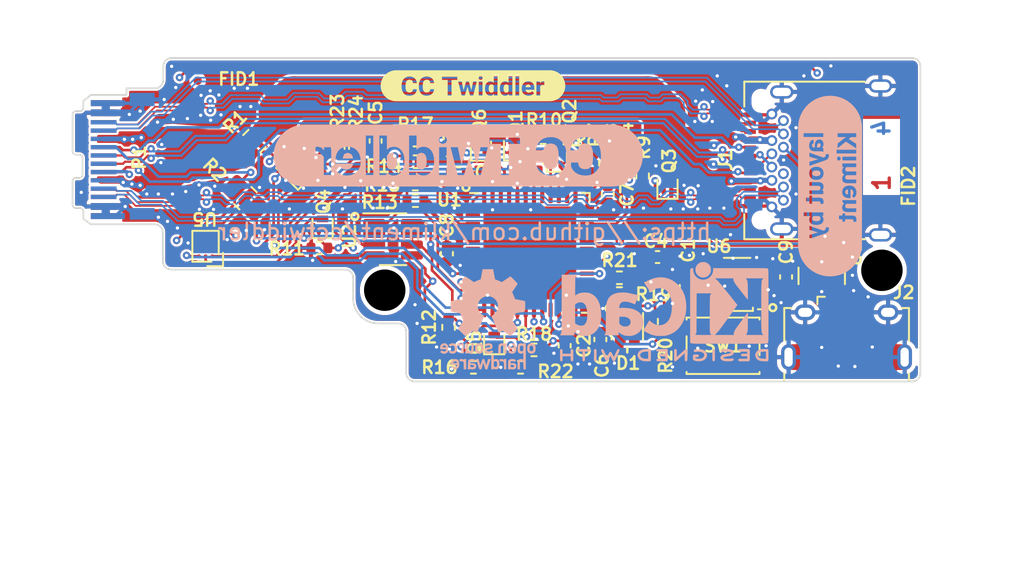
<source format=kicad_pcb>
(kicad_pcb (version 20211014) (generator pcbnew)
  (layers (0 "F.Cu" signal) (1 "In1.Cu" signal) (2 "In2.Cu" signal) (31 "B.Cu" signal) (34 "B.Paste" user) (35 "F.Paste" user) (36 "B.SilkS" user "B.Silkscreen") (37 "F.SilkS" user "F.Silkscreen") (38 "B.Mask" user) (39 "F.Mask" user) (44 "Edge.Cuts" user))
  (net 0 "")
  (net 1 "/TX1_P")
  (net 2 "/TX1_N")
  (net 3 "/VBUS_OUT")
  (net 4 "/CC1")
  (net 5 "/D+")
  (net 6 "/D-")
  (net 7 "/SBU1")
  (net 8 "/RX2_N")
  (net 9 "/RX2_P")
  (net 10 "/TX2_P")
  (net 11 "/TX2_N")
  (net 12 "/CC2")
  (net 13 "/SBU2")
  (net 14 "/RX1_N")
  (net 15 "/RX1_P")
  (net 16 "/VBUS_IN")
  (net 17 "/VCONN_IN")
  (net 18 "GND")
  (net 30 "/SCL")
  (net 31 "/SDA")
  (net 32 "/~{VBUS_ALERT}")
  (net 33 "/3V3")
  (net 34 "/~{VCONN_ALERT}")
  (net 37 "/CC1_EN")
  (net 38 "/CC1_INT")
  (net 39 "/CC1_TX_DATA")
  (net 40 "Net-(Q2-Pad3)")
  (net 41 "/CC1_TX_EN")
  (net 42 "Net-(Q3-Pad3)")
  (net 43 "/CC2_EN")
  (net 44 "/CC2_INT")
  (net 45 "/CC2_TX_DATA")
  (net 46 "Net-(Q5-Pad3)")
  (net 47 "/CC2_TX_EN")
  (net 48 "Net-(Q6-Pad3)")
  (net 49 "/CC1_RA")
  (net 50 "/CC1_RP3A0")
  (net 51 "/CC1_RD")
  (net 52 "/CC1_RP1A5")
  (net 53 "/CC1_RPUSB")
  (net 54 "/CC2_RA")
  (net 55 "/CC2_RP3A0")
  (net 56 "/CC2_RD")
  (net 57 "/CC2_RP1A5")
  (net 58 "/CC2_RPUSB")
  (net 59 "/CC1_BUF")
  (net 60 "/CC2_BUF")
  (net 61 "/LED_G")
  (net 62 "/LED_R")
  (net 63 "/LED_B")
  (net 64 "/MON_D_N")
  (net 65 "/MON_D_P")
  (net 66 "/BOOT")
  (net 68 "Net-(D1-Pad1)")
  (net 69 "Net-(D1-Pad2)")
  (net 70 "Net-(D1-Pad3)")
  (net 71 "/VBUS_MON")
  (footprint "Package_TO_SOT_SMD:SOT-883" (layer "F.Cu") (at 121.8 93.05 90)
    (fp_text reference "Q5")
    (fp_text value "PMZ600UNEYL")
  )
  (footprint "Capacitor_SMD:C_0402_1005Metric" (layer "F.Cu") (at 128.2 92.97 -90)
    (fp_text reference "C6")
    (fp_text value "100n")
  )
  (footprint "MountingHole:MountingHole_2.5mm" (layer "F.Cu") (at 145.18 88.8)
    (fp_text reference "H2" hide)
    (fp_text value "MountingHole" hide)
  )
  (footprint "Fiducial:Fiducial_0.5mm_Mask1mm" (layer "F.Cu") (at 103.92 77.37)
    (fp_text reference "FID1")
    (fp_text value "Fiducial")
  )
  (footprint "Package_TO_SOT_SMD:SOT-23-8" (layer "F.Cu") (at 115.7 86.925)
    (fp_text reference "U2")
    (fp_text value "MAX4232AKA+T")
  )
  (footprint "Capacitor_SMD:C_0402_1005Metric" (layer "F.Cu") (at 119.65 82.95)
    (fp_text reference "C3")
    (fp_text value "1u")
  )
  (footprint "MountingHole:MountingHole_2.5mm" (layer "F.Cu") (at 115.2 90)
    (fp_text reference "H1" hide)
    (fp_text value "MountingHole" hide)
  )
  (footprint "Resistor_SMD:R_0402_1005Metric" (layer "F.Cu") (at 123.390001 94.65 180)
    (fp_text reference "R22")
    (fp_text value "35.7k")
  )
  (footprint "Connector_USB:USB_C_Receptacle_Amphenol_12401548E4-2A" (layer "F.Cu") (at 142.25 82.175 90)
    (fp_text reference "J1")
    (fp_text value "USB_C_Receptacle")
  )
  (footprint "Button_Switch_SMD:SW_SPST_PTS810" (layer "F.Cu") (at 135.6 93.35)
    (fp_text reference "SW1")
    (fp_text value "PTS810-SJK-250-SMTR-LFS")
  )
  (footprint "Package_TO_SOT_SMD:SOT-883" (layer "F.Cu") (at 121 81.3775 90)
    (fp_text reference "Q6")
    (fp_text value "PMZ600UNEYL")
  )
  (footprint "Resistor_SMD:R_0402_1005Metric" (layer "F.Cu") (at 119.09 81.55 180)
    (fp_text reference "R3")
    (fp_text value "381k")
  )
  (footprint "Package_DFN_QFN:QFN-48-1EP_7x7mm_P0.5mm_EP5.6x5.6mm" (layer "F.Cu") (at 123.95 87.75)
    (fp_text reference "U1")
    (fp_text value "STM32F072CBU6")
  )
  (footprint "Resistor_SMD:R_0402_1005Metric" (layer "F.Cu") (at 112.4 81.325 -90)
    (fp_text reference "R23")
    (fp_text value "4.75k")
  )
  (footprint "Resistor_SMD:R_0402_1005Metric" (layer "F.Cu") (at 113.425 81.325 -90)
    (fp_text reference "R24")
    (fp_text value "4.75k")
  )
  (footprint "ccsnifferparts:Texas_DSBGA-12_1.65x1.39mm_P0.4mm_YFF0012" (layer "F.Cu") (at 109.88 82.72 -135)
    (fp_text reference "U4")
    (fp_text value "INA231AIYFFR")
  )
  (footprint "ccsnifferparts:SC-74A" (layer "F.Cu") (at 136.45 89.65 90)
    (fp_text reference "U6")
    (fp_text value "TCR2EF33,LM(CT")
  )
  (footprint "Resistor_SMD:R_0402_1005Metric" (layer "F.Cu") (at 124.4 82.24 -90)
    (fp_text reference "R6")
    (fp_text value "5.11k")
  )
  (footprint "Resistor_SMD:R_0402_1005Metric" (layer "F.Cu") (at 127.75 82.34 90)
    (fp_text reference "R7")
    (fp_text value "12.1k")
  )
  (footprint "Package_TO_SOT_SMD:SOT-883" (layer "F.Cu") (at 111.45 86.05 90)
    (fp_text reference "Q4")
    (fp_text value "PMZ600UNEYL")
  )
  (footprint "Package_SON:USON-10_2.5x1.0mm_P0.5mm" (layer "F.Cu") (at 141.55 89.135 -90)
    (fp_text reference "U3")
    (fp_text value "TPD4E02B04DQA")
  )
  (footprint "Resistor_SMD:R_0402_1005Metric" (layer "F.Cu") (at 117.1 82.25)
    (fp_text reference "R14")
    (fp_text value "5.11k")
  )
  (footprint "Resistor_SMD:R_0402_1005Metric" (layer "F.Cu") (at 120.55 94.65 180)
    (fp_text reference "R16")
    (fp_text value "35.7k")
  )
  (footprint "Resistor_SMD:R_0402_1005Metric" (layer "F.Cu") (at 128.75 82.340001 -90)
    (fp_text reference "R8")
    (fp_text value "35.7k")
  )
  (footprint "Capacitor_SMD:C_0603_1608Metric" (layer "F.Cu") (at 133.5 89.825 90)
    (fp_text reference "C1")
    (fp_text value "4.7u")
  )
  (footprint "Capacitor_SMD:C_0402_1005Metric" (layer "F.Cu") (at 128.65 84.22 -90)
    (fp_text reference "C7")
    (fp_text value "100n")
  )
  (footprint "Connector_USB:USB_Micro-B_Amphenol_10118194_Horizontal" (layer "F.Cu") (at 143.05 92.735)
    (fp_text reference "J2")
    (fp_text value "USB_B_Micro")
  )
  (footprint "Resistor_SMD:R_0402_1005Metric" (layer "F.Cu") (at 129.35 89.25)
    (fp_text reference "R21")
    (fp_text value "1k")
  )
  (footprint "Capacitor_SMD:C_0402_1005Metric" (layer "F.Cu") (at 126.05 93.35 -90)
    (fp_text reference "C2")
    (fp_text value "1u")
  )
  (footprint "Capacitor_SMD:C_0402_1005Metric" (layer "F.Cu") (at 131.65 88)
    (fp_text reference "C4")
    (fp_text value "100n")
  )
  (footprint "Capacitor_SMD:C_0402_1005Metric" (layer "F.Cu") (at 114.65 81 -90)
    (fp_text reference "C5")
    (fp_text value "100n")
  )
  (footprint "Resistor_SMD:R_0402_1005Metric" (layer "F.Cu") (at 129.75 82.340001 -90)
    (fp_text reference "R4")
    (fp_text value "1k")
  )
  (footprint "Package_TO_SOT_SMD:SOT-883" (layer "F.Cu") (at 123 81.349999 90)
    (fp_text reference "Q1")
    (fp_text value "PMZ600UNEYL")
  )
  (footprint "Resistor_SMD:R_0805_2012Metric" (layer "F.Cu") (at 107.345235 81.004765 45)
    (fp_text reference "R1")
    (fp_text value "CSS0805FT15L0")
  )
  (footprint "Capacitor_SMD:C_0402_1005Metric" (layer "F.Cu") (at 118.95 87.8 90)
    (fp_text reference "C8")
    (fp_text value "10n")
  )
  (footprint "Package_TO_SOT_SMD:SOT-883" (layer "F.Cu") (at 132.25 83.6775 90)
    (fp_text reference "Q3")
    (fp_text value "PMZ600UNEYL")
  )
  (footprint "ccsnifferparts:Texas_DSBGA-12_1.65x1.39mm_P0.4mm_YFF0012" (layer "F.Cu") (at 104.4 87.35 180)
    (fp_text reference "U5")
    (fp_text value "INA231AIYFFR")
  )
  (footprint "Package_TO_SOT_SMD:SOT-883" (layer "F.Cu") (at 125.575 82.049999 90)
    (fp_text reference "Q2")
    (fp_text value "PMZ600UNEYL")
  )
  (footprint "Resistor_SMD:R_0402_1005Metric" (layer "F.Cu") (at 132.05 91.88 90)
    (fp_text reference "R20")
    (fp_text value "1k")
  )
  (footprint "LED_SMD:LED_LiteOn_LTST-C19HE1WT" (layer "F.Cu") (at 129.825 92.175)
    (fp_text reference "D1")
    (fp_text value "MHT194CRGBCT")
  )
  (footprint "Resistor_SMD:R_0402_1005Metric" (layer "F.Cu") (at 117.05 84.6 180)
    (fp_text reference "R13")
    (fp_text value "4.75k")
  )
  (footprint "kibuzzard-63CB09FB" (layer "F.Cu") (at 120.52 77.67)
    (fp_text reference "kibuzzard-63CB09FB" hide)
    (fp_text value "G***" hide)
  )
  (footprint "Fiducial:Fiducial_0.5mm_Mask1mm" (layer "F.Cu") (at 146.54 85.63)
    (fp_text reference "FID2")
    (fp_text value "Fiducial")
  )
  (footprint "Resistor_SMD:R_0402_1005Metric" (layer "F.Cu") (at 119.05 92.240001 90)
    (fp_text reference "R12")
    (fp_text value "1k")
  )
  (footprint "Resistor_SMD:R_0402_1005Metric" (layer "F.Cu") (at 124.75 80.8 180)
    (fp_text reference "R10")
    (fp_text value "200R")
  )
  (footprint "Connector_USB:USB_C_Plug_JAE_DX07P024AJ1" (layer "F.Cu") (at 99.4 82.125 -90)
    (fp_text reference "P1")
    (fp_text value "USB_C_Plug")
    (fp_line (start 1.3 3.0225) (end 2.725 3.0225) (layer "Edge.Cuts") (width 0.1))
    (fp_line (start -3.53 2.3725) (end -3.9 1.9225) (layer "Edge.Cuts") (width 0.1))
    (fp_line (start -2.925 2.8225) (end -2.925 2.5725) (layer "Edge.Cuts") (width 0.1))
    (fp_line (start 3.9 1.9225) (end 3.9 -1.9175) (layer "Edge.Cuts") (width 0.1))
    (fp_line (start -3.125 2.3725) (end -3.53 2.3725) (layer "Edge.Cuts") (width 0.1))
    (fp_line (start -0.3 2.6225) (end -0.3 2.8225) (layer "Edge.Cuts") (width 0.1))
    (fp_line (start 1.1 2.8225) (end 1.1 2.6225) (layer "Edge.Cuts") (width 0.1))
    (fp_line (start -0.1 2.4225) (end 0.9 2.4225) (layer "Edge.Cuts") (width 0.1))
    (fp_line (start 3.125 2.3725) (end 3.575 2.3725) (layer "Edge.Cuts") (width 0.1))
    (fp_line (start -0.5 3.0225) (end -2.725 3.0225) (layer "Edge.Cuts") (width 0.1))
    (fp_line (start 3.575 2.3725) (end 3.9 1.9225) (layer "Edge.Cuts") (width 0.1))
    (fp_line (start -4.3 -1.93) (end -4.3 -0.2275) (layer "Edge.Cuts") (width 0.1))
    (fp_line (start 2.925 2.8225) (end 2.925 2.5725) (layer "Edge.Cuts") (width 0.1))
    (fp_line (start -4.3 -0.2275) (end -3.9 -0.2275) (layer "Edge.Cuts") (width 0.1))
    (fp_line (start -3.9 1.9225) (end -3.9 -0.2275) (layer "Edge.Cuts") (width 0.1))
    (fp_arc (start -0.3 2.6225) (mid -0.241421 2.481079) (end -0.1 2.4225) (layer "Edge.Cuts") (width 0.1))
    (fp_arc (start -3.125 2.3725) (mid -2.983579 2.431079) (end -2.925 2.5725) (layer "Edge.Cuts") (width 0.1))
    (fp_arc (start 2.925 2.5725) (mid 2.983579 2.431079) (end 3.125 2.3725) (layer "Edge.Cuts") (width 0.1))
    (fp_arc (start 0.9 2.4225) (mid 1.041421 2.481079) (end 1.1 2.6225) (layer "Edge.Cuts") (width 0.1))
    (fp_arc (start 2.925 2.8225) (mid 2.866421 2.963921) (end 2.725 3.0225) (layer "Edge.Cuts") (width 0.1))
    (fp_arc (start 1.3 3.0225) (mid 1.158579 2.963921) (end 1.1 2.8225) (layer "Edge.Cuts") (width 0.1))
    (fp_arc (start -0.3 2.8225) (mid -0.358579 2.963921) (end -0.5 3.0225) (layer "Edge.Cuts") (width 0.1))
    (fp_arc (start -2.725 3.0225) (mid -2.866421 2.963921) (end -2.925 2.8225) (layer "Edge.Cuts") (width 0.1))
  )
  (footprint "Resistor_SMD:R_0402_1005Metric" (layer "F.Cu") (at 111.26 87.45 180)
    (fp_text reference "R11")
    (fp_text value "381k")
  )
  (footprint "Resistor_SMD:R_0402_1005Metric" (layer "F.Cu") (at 126.75 82.34 90)
    (fp_text reference "R5")
    (fp_text value "4.75k")
  )
  (footprint "Resistor_SMD:R_0402_1005Metric" (layer "F.Cu") (at 117.04 83.6 180)
    (fp_text reference "R15")
    (fp_text value "12.1k")
  )
  (footprint "Capacitor_SMD:C_0402_1005Metric" (layer "F.Cu") (at 139.4 89.2 90)
    (fp_text reference "C9")
    (fp_text value "1u")
  )
  (footprint "Resistor_SMD:R_0805_2012Metric" (layer "F.Cu") (at 106.8 84.45 -45)
    (fp_text reference "R2")
    (fp_text value "CSS0805FT15L0")
  )
  (footprint "Resistor_SMD:R_0402_1005Metric" (layer "F.Cu") (at 117.090001 80.95 180)
    (fp_text reference "R17")
    (fp_text value "100R")
  )
  (footprint "Resistor_SMD:R_0402_1005Metric" (layer "F.Cu") (at 129.35 90.2)
    (fp_text reference "R19")
    (fp_text value "1k")
  )
  (footprint "Resistor_SMD:R_0402_1005Metric" (layer "F.Cu") (at 130.75 83.109999 90)
    (fp_text reference "R9")
    (fp_text value "100R")
  )
  (footprint "Resistor_SMD:R_0402_1005Metric" (layer "F.Cu") (at 124.2 93.6)
    (fp_text reference "R18")
    (fp_text value "200R")
  )
  (footprint "kibuzzard-63CB0ABC" (layer "B.Cu") (at 142.05 83.72 -90)
    (fp_text reference "kibuzzard-63CB0ABC" hide)
    (fp_text value "G***" hide)
  )
  (footprint "kibuzzard-63CB0A6D" (layer "B.Cu") (at 119.63 81.88 180)
    (fp_text reference "kibuzzard-63CB0A6D" hide)
    (fp_text value "G***" hide)
  )
  (footprint "Symbol:OSHW-Logo_5.7x6mm_SilkScreen" (layer "B.Cu") (at 121.425 91.75 180)
    (fp_text reference "H4" hide)
    (fp_text value "LOGO" hide)
  )
  (footprint "Symbol:KiCad-Logo2_5mm_SilkScreen" (layer "B.Cu") (at 132.06 91.28 180)
    (fp_text reference "H3" hide)
    (fp_text value "LOGO" hide)
  )
  (gr_line (start 126.1 80.05) (end 126 81.2) (layer "F.SilkS") (width 0.15))
  (gr_circle (center 120.1 83.8) (end 120.3 83.85) (layer "F.SilkS") (width 0.15) (fill none))
  (gr_circle (center 138.6 91.05) (end 138.8 91.1) (layer "F.SilkS") (width 0.15) (fill none))
  (gr_circle (center 142.6 87.975) (end 142.8 88.025) (layer "F.SilkS") (width 0.15) (fill none))
  (gr_line (start 129.825 93.5) (end 129.825 93.75) (layer "F.SilkS") (width 0.15))
  (gr_circle (center 128.725 91.1) (end 128.925 91.15) (layer "F.SilkS") (width 0.15) (fill none))
  (gr_circle (center 113.4 85.55) (end 113.6 85.6) (layer "F.SilkS") (width 0.15) (fill none))
  (gr_line (start 101.33 77.825) (end 101.45 77.825) (layer "Edge.Cuts") (width 0.1))
  (gr_arc (start 147.5 95) (mid 147.353553 95.353553) (end 147 95.5) (layer "Edge.Cuts") (width 0.1))
  (gr_arc (start 102.3175 88.75) (mid 101.963947 88.603553) (end 101.8175 88.25) (layer "Edge.Cuts") (width 0.1))
  (gr_arc (start 101.3175 86.025) (mid 101.671053 86.171447) (end 101.8175 86.525) (layer "Edge.Cuts") (width 0.1))
  (gr_line (start 112.796447 88.753553) (end 102.45 88.753553) (layer "Edge.Cuts") (width 0.1))
  (gr_arc (start 114.796447 92) (mid 113.735787 91.56066) (end 113.296447 90.5) (layer "Edge.Cuts") (width 0.1))
  (gr_arc (start 147 76) (mid 147.353554 76.146446) (end 147.5 76.5) (layer "Edge.Cuts") (width 0.1))
  (gr_line (start 102.35 76) (end 147 76) (layer "Edge.Cuts") (width 0.1))
  (gr_line (start 116.496447 95) (end 116.496447 92.5) (layer "Edge.Cuts") (width 0.1))
  (gr_arc (start 101.85 76.5) (mid 101.996447 76.146447) (end 102.35 76) (layer "Edge.Cuts") (width 0.1))
  (gr_line (start 102.45 88.753553) (end 102.3175 88.75) (layer "Edge.Cuts") (width 0.1))
  (gr_arc (start 112.796447 88.753553) (mid 113.15 88.9) (end 113.296447 89.253553) (layer "Edge.Cuts") (width 0.1))
  (gr_arc (start 101.85 77.275) (mid 101.739426 77.615037) (end 101.45 77.825) (layer "Edge.Cuts") (width 0.1))
  (gr_line (start 114.796447 92) (end 115.996447 92) (layer "Edge.Cuts") (width 0.1))
  (gr_line (start 147.5 76.5) (end 147.5 95) (layer "Edge.Cuts") (width 0.1))
  (gr_line (start 101.8175 88.25) (end 101.8175 86.525) (layer "Edge.Cuts") (width 0.1))
  (gr_arc (start 115.996447 92) (mid 116.35 92.146447) (end 116.496447 92.5) (layer "Edge.Cuts") (width 0.1))
  (gr_line (start 101.85 77.275) (end 101.85 76.5) (layer "Edge.Cuts") (width 0.1))
  (gr_line (start 113.296447 89.253553) (end 113.296447 90.5) (layer "Edge.Cuts") (width 0.1))
  (gr_arc (start 116.996447 95.5) (mid 116.642893 95.353554) (end 116.496447 95) (layer "Edge.Cuts") (width 0.1))
  (gr_line (start 147 95.5) (end 116.996447 95.5) (layer "Edge.Cuts") (width 0.1))
  (gr_text "1" (at 145.17 83.52 90) (layer "F.Cu") (effects (font (size 1 1) (thickness 0.2))))
  (gr_text "4" (at 145.16 80.21 90) (layer "B.Cu") (effects (font (size 1 1) (thickness 0.2)) (justify mirror)))
  (gr_text "https://github.com/kliment/cctwiddler" (at 120 86.475) (layer "B.SilkS") (effects (font (size 1 1)) (justify mirror)))
  (segment (start 136.704999 84.425) (end 136.569299 84.2893) (width 0.1016) (layer "F.Cu") (net 1))
  (segment (start 104.2758 84.5143) (end 104.45 84.6885) (width 0.1016) (layer "F.Cu") (net 1))
  (segment (start 136.569299 84.2893) (end 136.297346 84.2893) (width 0.1016) (layer "F.Cu") (net 1))
  (segment (start 98.2525 84.375) (end 98.8975 84.375) (width 0.1016) (layer "F.Cu") (net 1))
  (segment (start 133.8242 84.5143) (end 133.65 84.6885) (width 0.1016) (layer "F.Cu") (net 1))
  (segment (start 103.922346 84.5143) (end 104.2758 84.5143) (width 0.1016) (layer "F.Cu") (net 1))
  (segment (start 99.0332 84.2393) (end 99.502654 84.2393) (width 0.1016) (layer "F.Cu") (net 1))
  (segment (start 99.502654 84.2393) (end 100.177654 84.9143) (width 0.1016) (layer "F.Cu") (net 1))
  (segment (start 137.23 84.425) (end 136.704999 84.425) (width 0.1016) (layer "F.Cu") (net 1))
  (segment (start 100.177654 84.9143) (end 103.522346 84.9143) (width 0.1016) (layer "F.Cu") (net 1))
  (segment (start 103.522346 84.9143) (end 103.922346 84.5143) (width 0.1016) (layer "F.Cu") (net 1))
  (segment (start 136.072346 84.5143) (end 133.8242 84.5143) (width 0.1016) (layer "F.Cu") (net 1))
  (segment (start 136.297346 84.2893) (end 136.072346 84.5143) (width 0.1016) (layer "F.Cu") (net 1))
  (segment (start 98.8975 84.375) (end 99.0332 84.2393) (width 0.1016) (layer "F.Cu") (net 1))
  (via (at 133.65 84.6885) (size 0.45) (drill 0.2) (layers "F.Cu" "B.Cu") (net 1))
  (via (at 104.45 84.6885) (size 0.45) (drill 0.2) (layers "F.Cu" "B.Cu") (net 1))
  (segment (start 105.602654 84.8143) (end 105.302654 84.5143) (width 0.1016) (layer "B.Cu") (net 1))
  (segment (start 107.302654 84.5143) (end 107.102654 84.3143) (width 0.1016) (layer "B.Cu") (net 1))
  (segment (start 107.102654 84.3143) (end 106.747346 84.3143) (width 0.1016) (layer "B.Cu") (net 1))
  (segment (start 130.247346 84.8643) (end 129.602654 84.8643) (width 0.1016) (layer "B.Cu") (net 1))
  (segment (start 129.602654 84.8643) (end 129.052654 84.3143) (width 0.1016) (layer "B.Cu") (net 1))
  (segment (start 125.002654 84.8643) (end 124.652654 84.5143) (width 0.1016) (layer "B.Cu") (net 1))
  (segment (start 130.952654 84.5143) (end 130.597346 84.5143) (width 0.1016) (layer "B.Cu") (net 1))
  (segment (start 127.125823 84.487469) (end 126.624177 84.487469) (width 0.1016) (layer "B.Cu") (net 1))
  (segment (start 108.047346 84.5143) (end 107.302654 84.5143) (width 0.1016) (layer "B.Cu") (net 1))
  (segment (start 124.652654 84.5143) (end 108.952654 84.5143) (width 0.1016) (layer "B.Cu") (net 1))
  (segment (start 106.247346 84.8143) (end 105.602654 84.8143) (width 0.1016) (layer "B.Cu") (net 1))
  (segment (start 131.252654 84.8143) (end 130.952654 84.5143) (width 0.1016) (layer "B.Cu") (net 1))
  (segment (start 132.952654 84.5143) (end 132.702654 84.2643) (width 0.1016) (layer "B.Cu") (net 1))
  (segment (start 131.747346 84.8143) (end 131.252654 84.8143) (width 0.1016) (layer "B.Cu") (net 1))
  (segment (start 129.052654 84.3143) (end 128.547346 84.3143) (width 0.1016) (layer "B.Cu") (net 1))
  (segment (start 104.6242 84.5143) (end 104.45 84.6885) (width 0.1016) (layer "B.Cu") (net 1))
  (segment (start 132.702654 84.2643) (end 132.297346 84.2643) (width 0.1016) (layer "B.Cu") (net 1))
  (segment (start 133.4758 84.5143) (end 132.952654 84.5143) (width 0.1016) (layer "B.Cu") (net 1))
  (segment (start 127.947346 84.9143) (end 127.552654 84.9143) (width 0.1016) (layer "B.Cu") (net 1))
  (segment (start 108.952654 84.5143) (end 108.752654 84.3143) (width 0.1016) (layer "B.Cu") (net 1))
  (segment (start 108.752654 84.3143) (end 108.247346 84.3143) (width 0.1016) (layer "B.Cu") (net 1))
  (segment (start 106.747346 84.3143) (end 106.247346 84.8143) (width 0.1016) (layer "B.Cu") (net 1))
  (segment (start 126.247346 84.8643) (end 125.002654 84.8643) (width 0.1016) (layer "B.Cu") (net 1))
  (segment (start 126.624177 84.487469) (end 126.247346 84.8643) (width 0.1016) (layer "B.Cu") (net 1))
  (segment (start 133.65 84.6885) (end 133.4758 84.5143) (width 0.1016) (layer "B.Cu") (net 1))
  (segment (start 130.597346 84.5143) (end 130.247346 84.8643) (width 0.1016) (layer "B.Cu") (net 1))
  (segment (start 127.552654 84.9143) (end 127.125823 84.487469) (width 0.1016) (layer "B.Cu") (net 1))
  (segment (start 132.297346 84.2643) (end 131.747346 84.8143) (width 0.1016) (layer "B.Cu") (net 1))
  (segment (start 108.247346 84.3143) (end 108.047346 84.5143) (width 0.1016) (layer "B.Cu") (net 1))
  (segment (start 128.547346 84.3143) (end 127.947346 84.9143) (width 0.1016) (layer "B.Cu") (net 1))
  (segment (start 105.302654 84.5143) (end 104.6242 84.5143) (width 0.1016) (layer "B.Cu") (net 1))
  (segment (start 98.8975 83.875) (end 99.0332 84.0107) (width 0.1016) (layer "F.Cu") (net 2))
  (segment (start 133.8242 84.2857) (end 133.65 84.1115) (width 0.1016) (layer "F.Cu") (net 2))
  (segment (start 137.23 83.925) (end 136.704999 83.925) (width 0.1016) (layer "F.Cu") (net 2))
  (segment (start 103.427654 84.6857) (end 103.827654 84.2857) (width 0.1016) (layer "F.Cu") (net 2))
  (segment (start 103.827654 84.2857) (end 104.2758 84.2857) (width 0.1016) (layer "F.Cu") (net 2))
  (segment (start 99.597346 84.0107) (end 100.272346 84.6857) (width 0.1016) (layer "F.Cu") (net 2))
  (segment (start 136.704999 83.925) (end 136.569299 84.0607) (width 0.1016) (layer "F.Cu") (net 2))
  (segment (start 99.0332 84.0107) (end 99.597346 84.0107) (width 0.1016) (layer "F.Cu") (net 2))
  (segment (start 136.202654 84.0607) (end 135.977654 84.2857) (width 0.1016) (layer "F.Cu") (net 2))
  (segment (start 136.569299 84.0607) (end 136.202654 84.0607) (width 0.1016) (layer "F.Cu") (net 2))
  (segment (start 98.2525 83.875) (end 98.8975 83.875) (width 0.1016) (layer "F.Cu") (net 2))
  (segment (start 135.977654 84.2857) (end 133.8242 84.2857) (width 0.1016) (layer "F.Cu") (net 2))
  (segment (start 100.272346 84.6857) (end 103.427654 84.6857) (width 0.1016) (layer "F.Cu") (net 2))
  (segment (start 104.2758 84.2857) (end 104.45 84.1115) (width 0.1016) (layer "F.Cu") (net 2))
  (via (at 104.45 84.1115) (size 0.45) (drill 0.2) (layers "F.Cu" "B.Cu") (net 2))
  (via (at 133.65 84.1115) (size 0.45) (drill 0.2) (layers "F.Cu" "B.Cu") (net 2))
  (segment (start 105.697346 84.5857) (end 105.397346 84.2857) (width 0.1016) (layer "B.Cu") (net 2))
  (segment (start 131.652654 84.5857) (end 131.347346 84.5857) (width 0.1016) (layer "B.Cu") (net 2))
  (segment (start 126.152654 84.6357) (end 125.097346 84.6357) (width 0.1016) (layer "B.Cu") (net 2))
  (segment (start 132.797346 84.0357) (end 132.202654 84.0357) (width 0.1016) (layer "B.Cu") (net 2))
  (segment (start 107.397346 84.2857) (end 107.197346 84.0857) (width 0.1016) (layer "B.Cu") (net 2))
  (segment (start 104.6242 84.2857) (end 104.45 84.1115) (width 0.1016) (layer "B.Cu") (net 2))
  (segment (start 106.652654 84.0857) (end 106.152654 84.5857) (width 0.1016) (layer "B.Cu") (net 2))
  (segment (start 108.847346 84.0857) (end 108.152654 84.0857) (width 0.1016) (layer "B.Cu") (net 2))
  (segment (start 107.952654 84.2857) (end 107.397346 84.2857) (width 0.1016) (layer "B.Cu") (net 2))
  (segment (start 127.220515 84.258869) (end 126.529485 84.258869) (width 0.1016) (layer "B.Cu") (net 2))
  (segment (start 129.147346 84.0857) (end 128.452654 84.0857) (width 0.1016) (layer "B.Cu") (net 2))
  (segment (start 129.697346 84.6357) (end 129.147346 84.0857) (width 0.1016) (layer "B.Cu") (net 2))
  (segment (start 127.647346 84.6857) (end 127.220515 84.258869) (width 0.1016) (layer "B.Cu") (net 2))
  (segment (start 124.747346 84.2857) (end 109.047346 84.2857) (width 0.1016) (layer "B.Cu") (net 2))
  (segment (start 128.452654 84.0857) (end 127.852654 84.6857) (width 0.1016) (layer "B.Cu") (net 2))
  (segment (start 132.202654 84.0357) (end 131.652654 84.5857) (width 0.1016) (layer "B.Cu") (net 2))
  (segment (start 133.4758 84.2857) (end 133.047346 84.2857) (width 0.1016) (layer "B.Cu") (net 2))
  (segment (start 107.197346 84.0857) (end 106.652654 84.0857) (width 0.1016) (layer "B.Cu") (net 2))
  (segment (start 130.502654 84.2857) (end 130.152654 84.6357) (width 0.1016) (layer "B.Cu") (net 2))
  (segment (start 131.347346 84.5857) (end 131.047346 84.2857) (width 0.1016) (layer "B.Cu") (net 2))
  (segment (start 133.047346 84.2857) (end 132.797346 84.0357) (width 0.1016) (layer "B.Cu") (net 2))
  (segment (start 130.152654 84.6357) (end 129.697346 84.6357) (width 0.1016) (layer "B.Cu") (net 2))
  (segment (start 125.097346 84.6357) (end 124.747346 84.2857) (width 0.1016) (layer "B.Cu") (net 2))
  (segment (start 127.852654 84.6857) (end 127.647346 84.6857) (width 0.1016) (layer "B.Cu") (net 2))
  (segment (start 133.65 84.1115) (end 133.4758 84.2857) (width 0.1016) (layer "B.Cu") (net 2))
  (segment (start 108.152654 84.0857) (end 107.952654 84.2857) (width 0.1016) (layer "B.Cu") (net 2))
  (segment (start 105.397346 84.2857) (end 104.6242 84.2857) (width 0.1016) (layer "B.Cu") (net 2))
  (segment (start 109.047346 84.2857) (end 108.847346 84.0857) (width 0.1016) (layer "B.Cu") (net 2))
  (segment (start 106.152654 84.5857) (end 105.697346 84.5857) (width 0.1016) (layer "B.Cu") (net 2))
  (segment (start 131.047346 84.2857) (end 130.502654 84.2857) (width 0.1016) (layer "B.Cu") (net 2))
  (segment (start 126.529485 84.258869) (end 126.152654 84.6357) (width 0.1016) (layer "B.Cu") (net 2))
  (segment (start 137.23 80.925) (end 137.825 80.925) (width 0.4) (layer "F.Cu") (net 3))
  (segment (start 136.225 80.625) (end 135.675 80.625) (width 0.3) (layer "F.Cu") (net 3))
  (segment (start 107.99047 80.35953) (end 107.99047 80.23453) (width 1.2) (layer "F.Cu") (net 3))
  (segment (start 132.075 79.375) (end 132.075 80.65) (width 2.5) (layer "F.Cu") (net 3))
  (segment (start 107.99047 80.83047) (end 107.99047 80.35953) (width 0.16) (layer "F.Cu") (net 3))
  (segment (start 136.4 80.8) (end 136.3625 80.7625) (width 0.3) (layer "F.Cu") (net 3))
  (segment (start 135.5 83.425) (end 135.225 83.425) (width 0.4) (layer "F.Cu") (net 3))
  (segment (start 108.85 79.375) (end 108.85 79.225) (width 2.5) (layer "F.Cu") (net 3))
  (segment (start 136.3625 80.7625) (end 136.225 80.625) (width 0.3) (layer "F.Cu") (net 3))
  (segment (start 137.775 83.375) (end 137.725 83.425) (width 0.3) (layer "F.Cu") (net 3))
  (segment (start 135.65 80.6) (end 134.825 80.6) (width 0.5) (layer "F.Cu") (net 3))
  (segment (start 108.85 79.225) (end 109.725 78.35) (width 2.5) (layer "F.Cu") (net 3))
  (segment (start 138.54 83.375) (end 137.775 83.375) (width 0.3) (layer "F.Cu") (net 3))
  (segment (start 133.5 81.7) (end 133.125 81.7) (width 0.4) (layer "F.Cu") (net 3))
  (segment (start 137.23 80.925) (end 136.8 80.925) (width 0.3) (layer "F.Cu") (net 3))
  (segment (start 136.1 83.425) (end 135.5 83.425) (width 0.4) (layer "F.Cu") (net 3))
  (segment (start 135.675 80.625) (end 135.65 80.6) (width 0.5) (layer "F.Cu") (net 3))
  (segment (start 136.8 80.925) (end 136.675 80.8) (width 0.3) (layer "F.Cu") (net 3))
  (segment (start 137.875 80.975) (end 137.825 80.925) (width 0.4) (layer "F.Cu") (net 3))
  (segment (start 107.99047 80.23453) (end 108.85 79.375) (width 1.2) (layer "F.Cu") (net 3))
  (segment (start 131.05 78.35) (end 132.075 79.375) (width 2.5) (layer "F.Cu") (net 3))
  (segment (start 134.825 80.6) (end 134.3 81.125) (width 0.5) (layer "F.Cu") (net 3))
  (segment (start 137.23 83.425) (end 136.1 83.425) (width 0.4) (layer "F.Cu") (net 3))
  (segment (start 136.675 80.8) (end 136.45 80.8) (width 0.3) (layer "F.Cu") (net 3))
  (segment (start 109.725 78.35) (end 131.05 78.35) (width 2.5) (layer "F.Cu") (net 3))
  (segment (start 109.455736 82.295736) (end 107.99047 80.83047) (width 0.16) (layer "F.Cu") (net 3))
  (segment (start 138.54 80.975) (end 137.875 80.975) (width 0.4) (layer "F.Cu") (net 3))
  (segment (start 135.225 83.425) (end 133.5 81.7) (width 0.4) (layer "F.Cu") (net 3))
  (segment (start 132.075 80.65) (end 133.125 81.7) (width 2.5) (layer "F.Cu") (net 3))
  (segment (start 137.725 83.425) (end 137.23 83.425) (width 0.3) (layer "F.Cu") (net 3))
  (segment (start 136.45 80.8) (end 136.4 80.8) (width 0.3) (layer "F.Cu") (net 3))
  (via (at 137.825 80.925) (size 0.45) (drill 0.2) (layers "F.Cu" "B.Cu") (net 3))
  (via (at 137.85 83.4) (size 0.45) (drill 0.2) (layers "F.Cu" "B.Cu") (net 3))
  (via (at 136.3625 80.7625) (size 0.45) (drill 0.2) (layers "F.Cu" "B.Cu") (net 3))
  (via (at 136.1 83.425) (size 0.45) (drill 0.2) (layers "F.Cu" "B.Cu") (net 3))
  (segment (start 138.54 83.375) (end 136.15 83.375) (width 0.3) (layer "B.Cu") (net 3))
  (segment (start 138.54 80.975) (end 136.975 80.975) (width 0.4) (layer "B.Cu") (net 3))
  (segment (start 136.975 80.975) (end 136.7625 80.7625) (width 0.4) (layer "B.Cu") (net 3))
  (segment (start 136.15 83.375) (end 136.1 83.425) (width 0.3) (layer "B.Cu") (net 3))
  (segment (start 136.7625 80.7625) (end 136.3625 80.7625) (width 0.4) (layer "B.Cu") (net 3))
  (segment (start 98.2525 82.875) (end 99.330066 82.875) (width 0.16) (layer "F.Cu") (net 4))
  (segment (start 100.159519 82.584519) (end 100.35 82.775) (width 0.16) (layer "F.Cu") (net 4))
  (segment (start 123.194883 80.605117) (end 123 80.8) (width 0.16) (layer "F.Cu") (net 4))
  (segment (start 123 80.8) (end 123 80.999999) (width 0.16) (layer "F.Cu") (net 4))
  (segment (start 137.23 82.925) (end 136.575 82.925) (width 0.16) (layer "F.Cu") (net 4))
  (segment (start 99.330066 82.875) (end 99.620547 82.584519) (width 0.16) (layer "F.Cu") (net 4))
  (segment (start 99.620547 82.584519) (end 100.159519 82.584519) (width 0.16) (layer "F.Cu") (net 4))
  (segment (start 136.575 82.925) (end 136.5 82.85) (width 0.16) (layer "F.Cu") (net 4))
  (via (at 100.35 82.775) (size 0.45) (drill 0.2) (layers "F.Cu" "B.Cu") (net 4))
  (via (at 123.194883 80.605117) (size 0.45) (drill 0.2) (layers "F.Cu" "B.Cu") (net 4))
  (via (at 136.5 82.85) (size 0.45) (drill 0.2) (layers "F.Cu" "B.Cu") (net 4))
  (segment (start 101.025 83.45) (end 103.4 83.45) (width 0.16) (layer "B.Cu") (net 4))
  (segment (start 107.6 83.025) (end 107.6 81.65) (width 0.16) (layer "B.Cu") (net 4))
  (segment (start 105.160941 83.325) (end 107.3 83.325) (width 0.16) (layer "B.Cu") (net 4))
  (segment (start 103.632 83.218) (end 105.053941 83.218) (width 0.16) (layer "B.Cu") (net 4))
  (segment (start 133.85 82.4) (end 131.8 80.35) (width 0.16) (layer "B.Cu") (net 4))
  (segment (start 122.939766 80.35) (end 122.15 80.35) (width 0.16) (layer "B.Cu") (net 4))
  (segment (start 136.3 82.9) (end 134.75 82.9) (width 0.16) (layer "B.Cu") (net 4))
  (segment (start 105.053941 83.218) (end 105.160941 83.325) (width 0.16) (layer "B.Cu") (net 4))
  (segment (start 136.5 82.85) (end 136.35 82.85) (width 0.16) (layer "B.Cu") (net 4))
  (segment (start 131.8 80.35) (end 122.15 80.35) (width 0.16) (layer "B.Cu") (net 4))
  (segment (start 107.6 81.65) (end 108.9 80.35) (width 0.16) (layer "B.Cu") (net 4))
  (segment (start 134.75 82.9) (end 134.25 82.4) (width 0.16) (layer "B.Cu") (net 4))
  (segment (start 100.35 82.775) (end 101.025 83.45) (width 0.16) (layer "B.Cu") (net 4))
  (segment (start 107.3 83.325) (end 107.6 83.025) (width 0.16) (layer "B.Cu") (net 4))
  (segment (start 136.35 82.85) (end 136.3 82.9) (width 0.16) (layer "B.Cu") (net 4))
  (segment (start 134.25 82.4) (end 133.85 82.4) (width 0.16) (layer "B.Cu") (net 4))
  (segment (start 103.4 83.45) (end 103.632 83.218) (width 0.16) (layer "B.Cu") (net 4))
  (segment (start 108.9 80.35) (end 122.15 80.35) (width 0.16) (layer "B.Cu") (net 4))
  (segment (start 123.194883 80.605117) (end 122.939766 80.35) (width 0.16) (layer "B.Cu") (net 4))
  (segment (start 135.734341 81.954159) (end 135.575 82.1135) (width 0.131318) (layer "F.Cu") (net 5))
  (segment (start 136.704999 82.425) (end 136.584158 82.304159) (width 0.131318) (layer "F.Cu") (net 5))
  (segment (start 100.95173 81.887725) (end 101.111071 82.047066) (width 0.131318) (layer "F.Cu") (net 5))
  (segment (start 138.5 81.775) (end 137.85 82.425) (width 0.131318) (layer "F.Cu") (net 5))
  (segment (start 137.23 82.425) (end 136.704999 82.425) (width 0.131318) (layer "F.Cu") (net 5))
  (segment (start 100.553501 82.254159) (end 100.919935 81.887725) (width 0.131318) (layer "F.Cu") (net 5))
  (segment (start 136.584158 82.304159) (end 136.171499 82.304159) (width 0.131318) (layer "F.Cu") (net 5))
  (segment (start 137.85 82.425) (end 137.23 82.425) (width 0.131318) (layer "F.Cu") (net 5))
  (segment (start 100.919935 81.887725) (end 100.95173 81.887725) (width 0.131318) (layer "F.Cu") (net 5))
  (segment (start 99.535842 82.254159) (end 100.553501 82.254159) (width 0.131318) (layer "F.Cu") (net 5))
  (segment (start 98.2525 82.375) (end 99.415001 82.375) (width 0.131318) (layer "F.Cu") (net 5))
  (segment (start 135.821499 81.954159) (end 135.734341 81.954159) (width 0.131318) (layer "F.Cu") (net 5))
  (segment (start 99.415001 82.375) (end 99.535842 82.254159) (width 0.131318) (layer "F.Cu") (net 5))
  (segment (start 136.171499 82.304159) (end 135.821499 81.954159) (width 0.131318) (layer "F.Cu") (net 5))
  (segment (start 138.54 81.775) (end 138.5 81.775) (width 0.131318) (layer "F.Cu") (net 5))
  (via (at 135.575 82.1135) (size 0.45) (drill 0.2) (layers "F.Cu" "B.Cu") (net 5))
  (via (at 101.111071 82.047066) (size 0.45) (drill 0.2) (layers "F.Cu" "B.Cu") (net 5))
  (segment (start 131.996499 79.929159) (end 134.021499 81.954159) (width 0.131318) (layer "B.Cu") (net 5))
  (segment (start 101.270412 81.887725) (end 102.937275 81.887725) (width 0.131318) (layer "B.Cu") (net 5))
  (segment (start 105.628501 80.954159) (end 106.653501 79.929159) (width 0.131318) (layer "B.Cu") (net 5))
  (segment (start 101.111071 82.047066) (end 101.270412 81.887725) (width 0.131318) (layer "B.Cu") (net 5))
  (segment (start 134.021499 81.954159) (end 135.415659 81.954159) (width 0.131318) (layer "B.Cu") (net 5))
  (segment (start 102.937275 81.887725) (end 103.870841 80.954159) (width 0.131318) (layer "B.Cu") (net 5))
  (segment (start 106.653501 79.929159) (end 131.996499 79.929159) (width 0.131318) (layer "B.Cu") (net 5))
  (segment (start 103.870841 80.954159) (end 105.628501 80.954159) (width 0.131318) (layer "B.Cu") (net 5))
  (segment (start 135.415659 81.954159) (end 135.575 82.1135) (width 0.131318) (layer "B.Cu") (net 5))
  (segment (start 136.278501 82.045841) (end 135.928501 81.695841) (width 0.131318) (layer "F.Cu") (net 6))
  (segment (start 100.446499 81.995841) (end 100.812933 81.629407) (width 0.131318) (layer "F.Cu") (net 6))
  (segment (start 135.928501 81.695841) (end 135.734341 81.695841) (width 0.131318) (layer "F.Cu") (net 6))
  (segment (start 100.812933 81.629407) (end 100.95173 81.629407) (width 0.131318) (layer "F.Cu") (net 6))
  (segment (start 136.704999 81.925) (end 136.584158 82.045841) (width 0.131318) (layer "F.Cu") (net 6))
  (segment (start 99.415001 81.875) (end 99.535842 81.995841) (width 0.131318) (layer "F.Cu") (net 6))
  (segment (start 136.584158 82.045841) (end 136.278501 82.045841) (width 0.131318) (layer "F.Cu") (net 6))
  (segment (start 137.727058 81.925) (end 137.825383 81.826675) (width 0.131318) (layer "F.Cu") (net 6))
  (segment (start 98.2525 81.875) (end 99.415001 81.875) (width 0.131318) (layer "F.Cu") (net 6))
  (segment (start 99.535842 81.995841) (end 100.446499 81.995841) (width 0.131318) (layer "F.Cu") (net 6))
  (segment (start 137.23 81.925) (end 136.704999 81.925) (width 0.131318) (layer "F.Cu") (net 6))
  (segment (start 135.734341 81.695841) (end 135.575 81.5365) (width 0.131318) (layer "F.Cu") (net 6))
  (segment (start 100.95173 81.629407) (end 101.111071 81.470066) (width 0.131318) (layer "F.Cu") (net 6))
  (segment (start 137.23 81.925) (end 137.727058 81.925) (width 0.131318) (layer "F.Cu") (net 6))
  (via (at 101.111071 81.470066) (size 0.45) (drill 0.2) (layers "F.Cu" "B.Cu") (net 6))
  (via (at 135.575 81.5365) (size 0.45) (drill 0.2) (layers "F.Cu" "B.Cu") (net 6))
  (via (at 137.825383 81.826675) (size 0.45) (drill 0.2) (layers "F.Cu" "B.Cu") (net 6))
  (segment (start 102.830277 81.629407) (end 103.763843 80.695841) (width 0.131318) (layer "B.Cu") (net 6))
  (segment (start 135.415659 81.695841) (end 135.575 81.5365) (width 0.131318) (layer "B.Cu") (net 6))
  (segment (start 103.763843 80.695841) (end 105.521499 80.695841) (width 0.131318) (layer "B.Cu") (net 6))
  (segment (start 101.270412 81.629407) (end 102.830277 81.629407) (width 0.131318) (layer "B.Cu") (net 6))
  (segment (start 106.546499 79.670841) (end 132.103501 79.670841) (width 0.131318) (layer "B.Cu") (net 6))
  (segment (start 138.54 82.541292) (end 137.825383 81.826675) (width 0.16) (layer "B.Cu") (net 6))
  (segment (start 132.103501 79.670841) (end 134.128501 81.695841) (width 0.131318) (layer "B.Cu") (net 6))
  (segment (start 138.54 82.575) (end 138.54 82.541292) (width 0.16) (layer "B.Cu") (net 6))
  (segment (start 101.111071 81.470066) (end 101.270412 81.629407) (width 0.131318) (layer "B.Cu") (net 6))
  (segment (start 105.521499 80.695841) (end 106.546499 79.670841) (width 0.131318) (layer "B.Cu") (net 6))
  (segment (start 134.128501 81.695841) (end 135.415659 81.695841) (width 0.131318) (layer "B.Cu") (net 6))
  (segment (start 136.548487 81.375722) (end 137.180722 81.375722) (width 0.16) (layer "F.Cu") (net 7))
  (segment (start 137.180722 81.375722) (end 137.23 81.425) (width 0.16) (layer "F.Cu") (net 7))
  (segment (start 100.0685 81.55) (end 99.4 81.55) (width 0.16) (layer "F.Cu") (net 7))
  (segment (start 99.4 81.55) (end 99.225 81.375) (width 0.16) (layer "F.Cu") (net 7))
  (segment (start 99.225 81.375) (end 98.2525 81.375) (width 0.16) (layer "F.Cu") (net 7))
  (via (at 100.0685 81.55) (size 0.45) (drill 0.2) (layers "F.Cu" "B.Cu") (net 7))
  (via (at 136.548487 81.375722) (size 0.45) (drill 0.2) (layers "F.Cu" "B.Cu") (net 7))
  (segment (start 100.968552 80.981448) (end 101.268552 80.981448) (width 0.16) (layer "B.Cu") (net 7))
  (segment (start 102.068 80.182) (end 105.218 80.182) (width 0.16) (layer "B.Cu") (net 7))
  (segment (start 133.9 80.8) (end 135.525 80.8) (width 0.16) (layer "B.Cu") (net 7))
  (segment (start 106.001818 79.398182) (end 132.498182 79.398182) (width 0.16) (layer "B.Cu") (net 7))
  (segment (start 101.268552 80.981448) (end 102.068 80.182) (width 0.16) (layer "B.Cu") (net 7))
  (segment (start 105.218 80.182) (end 106.001818 79.398182) (width 0.16) (layer "B.Cu") (net 7))
  (segment (start 136.100722 81.375722) (end 136.548487 81.375722) (width 0.16) (layer "B.Cu") (net 7))
  (segment (start 100.0685 81.55) (end 100.4 81.55) (width 0.16) (layer "B.Cu") (net 7))
  (segment (start 132.498182 79.398182) (end 133.9 80.8) (width 0.16) (layer "B.Cu") (net 7))
  (segment (start 100.4 81.55) (end 100.968552 80.981448) (width 0.16) (layer "B.Cu") (net 7))
  (segment (start 135.525 80.8) (end 136.100722 81.375722) (width 0.16) (layer "B.Cu") (net 7))
  (segment (start 99.0857 80.2393) (end 100.372346 80.2393) (width 0.1016) (layer "F.Cu") (net 8))
  (segment (start 98.95 80.375) (end 99.0857 80.2393) (width 0.1016) (layer "F.Cu") (net 8))
  (segment (start 134.6242 79.3393) (end 134.45 79.5135) (width 0.1016) (layer "F.Cu") (net 8))
  (segment (start 137.23 80.425) (end 136.704999 80.425) (width 0.1016) (layer "F.Cu") (net 8))
  (segment (start 135.077654 79.3393) (end 134.6242 79.3393) (width 0.1016) (layer "F.Cu") (net 8))
  (segment (start 136.704999 80.425) (end 136.569299 80.2893) (width 0.1016) (layer "F.Cu") (net 8))
  (segment (start 98.2525 80.375) (end 98.95 80.375) (width 0.1016) (layer "F.Cu") (net 8))
  (segment (start 103.472346 78.9893) (end 104.5008 78.9893) (width 0.1016) (layer "F.Cu") (net 8))
  (segment (start 101.447346 79.1643) (end 103.297346 79.1643) (width 0.1016) (layer "F.Cu") (net 8))
  (segment (start 103.297346 79.1643) (end 103.472346 78.9893) (width 0.1016) (layer "F.Cu") (net 8))
  (segment (start 104.5008 78.9893) (end 104.675 79.1635) (width 0.1016) (layer "F.Cu") (net 8))
  (segment (start 136.027654 80.2893) (end 135.077654 79.3393) (width 0.1016) (layer "F.Cu") (net 8))
  (segment (start 136.569299 80.2893) (end 136.027654 80.2893) (width 0.1016) (layer "F.Cu") (net 8))
  (segment (start 100.372346 80.2393) (end 101.447346 79.1643) (width 0.1016) (layer "F.Cu") (net 8))
  (via (at 104.675 79.1635) (size 0.45) (drill 0.2) (layers "F.Cu" "B.Cu") (net 8))
  (via (at 134.45 79.5135) (size 0.45) (drill 0.2) (layers "F.Cu" "B.Cu") (net 8))
  (segment (start 105.997346 78.4643) (end 107.602654 78.4643) (width 0.1016) (layer "B.Cu") (net 8))
  (segment (start 104.8492 78.9893) (end 105.472346 78.9893) (width 0.1016) (layer "B.Cu") (net 8))
  (segment (start 128.302654 78.6143) (end 128.152654 78.4643) (width 0.1016) (layer "B.Cu") (net 8))
  (segment (start 129.497346 78.4143) (end 129.297346 78.6143) (width 0.1016) (layer "B.Cu") (net 8))
  (segment (start 109.397346 78.7393) (end 109.797346 78.3393) (width 0.1016) (layer "B.Cu") (net 8))
  (segment (start 133.2357 78.697346) (end 132.952654 78.4143) (width 0.1016) (layer "B.Cu") (net 8))
  (segment (start 111.452654 78.6643) (end 112.522346 78.6643) (width 0.1016) (layer "B.Cu") (net 8))
  (segment (start 112.922346 78.2643) (end 113.802654 78.2643) (width 0.1016) (layer "B.Cu") (net 8))
  (segment (start 107.602654 78.4643) (end 107.877654 78.7393) (width 0.1016) (layer "B.Cu") (net 8))
  (segment (start 114.002654 78.4643) (end 128.152654 78.4643) (width 0.1016) (layer "B.Cu") (net 8))
  (segment (start 104.675 79.1635) (end 104.8492 78.9893) (width 0.1016) (layer "B.Cu") (net 8))
  (segment (start 133.2357 78.897346) (end 133.2357 78.697346) (width 0.1016) (layer "B.Cu") (net 8))
  (segment (start 113.802654 78.2643) (end 114.002654 78.4643) (width 0.1016) (layer "B.Cu") (net 8))
  (segment (start 112.522346 78.6643) (end 112.922346 78.2643) (width 0.1016) (layer "B.Cu") (net 8))
  (segment (start 130.902654 78.4143) (end 129.497346 78.4143) (width 0.1016) (layer "B.Cu") (net 8))
  (segment (start 131.102654 78.6143) (end 130.902654 78.4143) (width 0.1016) (layer "B.Cu") (net 8))
  (segment (start 105.472346 78.9893) (end 105.997346 78.4643) (width 0.1016) (layer "B.Cu") (net 8))
  (segment (start 111.127654 78.3393) (end 111.452654 78.6643) (width 0.1016) (layer "B.Cu") (net 8))
  (segment (start 134.2758 79.3393) (end 133.677654 79.3393) (width 0.1016) (layer "B.Cu") (net 8))
  (segment (start 131.847346 78.6143) (end 131.102654 78.6143) (width 0.1016) (layer "B.Cu") (net 8))
  (segment (start 133.677654 79.3393) (end 133.2357 78.897346) (width 0.1016) (layer "B.Cu") (net 8))
  (segment (start 134.45 79.5135) (end 134.2758 79.3393) (width 0.1016) (layer "B.Cu") (net 8))
  (segment (start 107.877654 78.7393) (end 109.397346 78.7393) (width 0.1016) (layer "B.Cu") (net 8))
  (segment (start 129.297346 78.6143) (end 128.302654 78.6143) (width 0.1016) (layer "B.Cu") (net 8))
  (segment (start 132.047346 78.4143) (end 131.847346 78.6143) (width 0.1016) (layer "B.Cu") (net 8))
  (segment (start 109.797346 78.3393) (end 111.127654 78.3393) (width 0.1016) (layer "B.Cu") (net 8))
  (segment (start 132.952654 78.4143) (end 132.047346 78.4143) (width 0.1016) (layer "B.Cu") (net 8))
  (segment (start 101.352654 78.9357) (end 103.202654 78.9357) (width 0.1016) (layer "F.Cu") (net 9))
  (segment (start 136.704999 79.925) (end 136.569299 80.0607) (width 0.1016) (layer "F.Cu") (net 9))
  (segment (start 136.122346 80.0607) (end 135.172346 79.1107) (width 0.1016) (layer "F.Cu") (net 9))
  (segment (start 137.23 79.925) (end 136.704999 79.925) (width 0.1016) (layer "F.Cu") (net 9))
  (segment (start 100.288354 80) (end 101.352654 78.9357) (width 0.1016) (layer "F.Cu") (net 9))
  (segment (start 98.925 79.875) (end 99.05 80) (width 0.1016) (layer "F.Cu") (net 9))
  (segment (start 104.5008 78.7607) (end 104.675 78.5865) (width 0.1016) (layer "F.Cu") (net 9))
  (segment (start 134.6242 79.1107) (end 134.45 78.9365) (width 0.1016) (layer "F.Cu") (net 9))
  (segment (start 99.05 80) (end 100.288354 80) (width 0.1016) (layer "F.Cu") (net 9))
  (segment (start 136.569299 80.0607) (end 136.122346 80.0607) (width 0.1016) (layer "F.Cu") (net 9))
  (segment (start 135.172346 79.1107) (end 134.6242 79.1107) (width 0.1016) (layer "F.Cu") (net 9))
  (segment (start 103.202654 78.9357) (end 103.377654 78.7607) (width 0.1016) (layer "F.Cu") (net 9))
  (segment (start 98.2525 79.875) (end 98.925 79.875) (width 0.1016) (layer "F.Cu") (net 9))
  (segment (start 103.377654 78.7607) (end 104.5008 78.7607) (width 0.1016) (layer "F.Cu") (net 9))
  (via (at 134.45 78.9365) (size 0.45) (drill 0.2) (layers "F.Cu" "B.Cu") (net 9))
  (via (at 104.675 78.5865) (size 0.45) (drill 0.2) (layers "F.Cu" "B.Cu") (net 9))
  (segment (start 113.897346 78.0357) (end 114.097346 78.2357) (width 0.1016) (layer "B.Cu") (net 9))
  (segment (start 107.972346 78.5107) (end 109.302654 78.5107) (width 0.1016) (layer "B.Cu") (net 9))
  (segment (start 133.4643 78.802654) (end 133.4643 78.602654) (width 0.1016) (layer "B.Cu") (net 9))
  (segment (start 111.222346 78.1107) (end 111.547346 78.4357) (width 0.1016) (layer "B.Cu") (net 9))
  (segment (start 112.427654 78.4357) (end 112.827654 78.0357) (width 0.1016) (layer "B.Cu") (net 9))
  (segment (start 104.8492 78.7607) (end 105.377654 78.7607) (width 0.1016) (layer "B.Cu") (net 9))
  (segment (start 109.702654 78.1107) (end 111.222346 78.1107) (width 0.1016) (layer "B.Cu") (net 9))
  (segment (start 129.202654 78.3857) (end 128.397346 78.3857) (width 0.1016) (layer "B.Cu") (net 9))
  (segment (start 104.675 78.5865) (end 104.8492 78.7607) (width 0.1016) (layer "B.Cu") (net 9))
  (segment (start 133.4643 78.602654) (end 133.047346 78.1857) (width 0.1016) (layer "B.Cu") (net 9))
  (segment (start 129.402654 78.1857) (end 129.202654 78.3857) (width 0.1016) (layer "B.Cu") (net 9))
  (segment (start 133.047346 78.1857) (end 131.952654 78.1857) (width 0.1016) (layer "B.Cu") (net 9))
  (segment (start 112.827654 78.0357) (end 113.897346 78.0357) (width 0.1016) (layer "B.Cu") (net 9))
  (segment (start 105.902654 78.2357) (end 107.697346 78.2357) (width 0.1016) (layer "B.Cu") (net 9))
  (segment (start 131.952654 78.1857) (end 131.752654 78.3857) (width 0.1016) (layer "B.Cu") (net 9))
  (segment (start 134.2758 79.1107) (end 133.772346 79.1107) (width 0.1016) (layer "B.Cu") (net 9))
  (segment (start 114.097346 78.2357) (end 128.247346 78.2357) (width 0.1016) (layer "B.Cu") (net 9))
  (segment (start 131.752654 78.3857) (end 131.197346 78.3857) (width 0.1016) (layer "B.Cu") (net 9))
  (segment (start 131.197346 78.3857) (end 130.997346 78.1857) (width 0.1016) (layer "B.Cu") (net 9))
  (segment (start 130.997346 78.1857) (end 129.402654 78.1857) (width 0.1016) (layer "B.Cu") (net 9))
  (segment (start 133.772346 79.1107) (end 133.4643 78.802654) (width 0.1016) (layer "B.Cu") (net 9))
  (segment (start 107.697346 78.2357) (end 107.972346 78.5107) (width 0.1016) (layer "B.Cu") (net 9))
  (segment (start 134.45 78.9365) (end 134.2758 79.1107) (width 0.1016) (layer "B.Cu") (net 9))
  (segment (start 111.547346 78.4357) (end 112.427654 78.4357) (width 0.1016) (layer "B.Cu") (net 9))
  (segment (start 128.397346 78.3857) (end 128.247346 78.2357) (width 0.1016) (layer "B.Cu") (net 9))
  (segment (start 105.377654 78.7607) (end 105.902654 78.2357) (width 0.1016) (layer "B.Cu") (net 9))
  (segment (start 109.302654 78.5107) (end 109.702654 78.1107) (width 0.1016) (layer "B.Cu") (net 9))
  (segment (start 98.2525 79.875) (end 98.925 79.875) (width 0.1016) (layer "B.Cu") (net 10))
  (segment (start 101.752654 79.2357) (end 103.802654 77.1857) (width 0.1016) (layer "B.Cu") (net 10))
  (segment (start 138.9543 80.0607) (end 139.24 79.775) (width 0.1016) (layer "B.Cu") (net 10))
  (segment (start 101.102654 79.2357) (end 101.752654 79.2357) (width 0.1016) (layer "B.Cu") (net 10))
  (segment (start 103.802654 77.1857) (end 134.622346 77.1857) (width 0.1016) (layer "B.Cu") (net 10))
  (segment (start 98.925 79.875) (end 99.0607 80.0107) (width 0.1016) (layer "B.Cu") (net 10))
  (segment (start 137.497346 80.0607) (end 138.9543 80.0607) (width 0.1016) (layer "B.Cu") (net 10))
  (segment (start 99.0607 80.0107) (end 100.327654 80.0107) (width 0.1016) (layer "B.Cu") (net 10))
  (segment (start 134.622346 77.1857) (end 137.497346 80.0607) (width 0.1016) (layer "B.Cu") (net 10))
  (segment (start 100.327654 80.0107) (end 101.102654 79.2357) (width 0.1016) (layer "B.Cu") (net 10))
  (segment (start 103.897346 77.4143) (end 134.527654 77.4143) (width 0.1016) (layer "B.Cu") (net 11))
  (segment (start 100.422346 80.2393) (end 101.197346 79.4643) (width 0.1016) (layer "B.Cu") (net 11))
  (segment (start 137.402654 80.2893) (end 138.9543 80.2893) (width 0.1016) (layer "B.Cu") (net 11))
  (segment (start 98.95 80.375) (end 99.0857 80.2393) (width 0.1016) (layer "B.Cu") (net 11))
  (segment (start 101.847346 79.4643) (end 103.897346 77.4143) (width 0.1016) (layer "B.Cu") (net 11))
  (segment (start 138.9543 80.2893) (end 139.24 80.575) (width 0.1016) (layer "B.Cu") (net 11))
  (segment (start 134.527654 77.4143) (end 137.402654 80.2893) (width 0.1016) (layer "B.Cu") (net 11))
  (segment (start 101.197346 79.4643) (end 101.847346 79.4643) (width 0.1016) (layer "B.Cu") (net 11))
  (segment (start 98.2525 80.375) (end 98.95 80.375) (width 0.1016) (layer "B.Cu") (net 11))
  (segment (start 99.0857 80.2393) (end 100.422346 80.2393) (width 0.1016) (layer "B.Cu") (net 11))
  (segment (start 106.329765 85.095235) (end 107.445235 85.095235) (width 0.16) (layer "F.Cu") (net 12))
  (segment (start 104.4 86.75) (end 104.4 86.425) (width 0.16) (layer "F.Cu") (net 12))
  (segment (start 110.75 85.7) (end 111.45 85.7) (width 0.16) (layer "F.Cu") (net 12))
  (segment (start 110.329174 86.871316) (end 110.329174 86.120826) (width 0.16) (layer "F.Cu") (net 12))
  (segment (start 107.469883 87.019883) (end 107.469883 85.119883) (width 0.16) (layer "F.Cu") (net 12))
  (segment (start 107.469883 85.119883) (end 107.445235 85.095235) (width 0.16) (layer "F.Cu") (net 12))
  (segment (start 104.85 85.975) (end 105.45 85.975) (width 0.16) (layer "F.Cu") (net 12))
  (segment (start 110.329174 86.120826) (end 110.75 85.7) (width 0.16) (layer "F.Cu") (net 12))
  (segment (start 105.45 85.975) (end 106.329765 85.095235) (width 0.16) (layer "F.Cu") (net 12))
  (segment (start 104.4 86.425) (end 104.85 85.975) (width 0.16) (layer "F.Cu") (net 12))
  (via (at 110.329174 86.871316) (size 0.45) (drill 0.2) (layers "F.Cu" "B.Cu") (net 12))
  (via (at 107.469883 87.019883) (size 0.45) (drill 0.2) (layers "F.Cu" "B.Cu") (net 12))
  (segment (start 108.760941 86.9) (end 110.30049 86.9) (width 0.16) (layer "B.Cu") (net 12))
  (segment (start 110.46949 86.731) (end 118.110441 86.731) (width 0.16) (layer "B.Cu") (net 12))
  (segment (start 140.725 86.9) (end 140.725 82.86) (width 0.16) (layer "B.Cu") (net 12))
  (segment (start 118.579441 87.2) (end 140.425 87.2) (width 0.16) (layer "B.Cu") (net 12))
  (segment (start 110.30049 86.9) (end 110.329174 86.871316) (width 0.16) (layer "B.Cu") (net 12))
  (segment (start 107.469883 87.019883) (end 107.621766 86.868) (width 0.16) (layer "B.Cu") (net 12))
  (segment (start 118.110441 86.731) (end 118.579441 87.2) (width 0.16) (layer "B.Cu") (net 12))
  (segment (start 140.725 82.86) (end 139.24 81.375) (width 0.16) (layer "B.Cu") (net 12))
  (segment (start 110.329174 86.871316) (end 110.46949 86.731) (width 0.16) (layer "B.Cu") (net 12))
  (segment (start 108.728941 86.868) (end 108.760941 86.9) (width 0.16) (layer "B.Cu") (net 12))
  (segment (start 107.621766 86.868) (end 108.728941 86.868) (width 0.16) (layer "B.Cu") (net 12))
  (segment (start 140.425 87.2) (end 140.725 86.9) (width 0.16) (layer "B.Cu") (net 12))
  (segment (start 140.925 76.55) (end 103.45 76.55) (width 0.16) (layer "F.Cu") (net 13))
  (segment (start 141.275 76.9) (end 140.925 76.55) (width 0.16) (layer "F.Cu") (net 13))
  (segment (start 103.45 76.55) (end 102.825 77.175) (width 0.16) (layer "F.Cu") (net 13))
  (via (at 99.799488 83.016519) (size 0.45) (drill 0.2) (layers "F.Cu" "B.Cu") (net 13))
  (via (at 141.275 76.9) (size 0.45) (drill 0.2) (layers "F.Cu" "B.Cu") (net 13))
  (via (at 102.825 77.175) (size 0.45) (drill 0.2) (layers "F.Cu" "B.Cu") (net 13))
  (segment (start 98.2775 82.85) (end 98.2525 82.875) (width 0.2) (layer "B.Cu") (net 13))
  (segment (start 99.632969 82.85) (end 98.2775 82.85) (width 0.2) (layer "B.Cu") (net 13))
  (segment (start 99.799488 83.016519) (end 99.632969 82.85) (width 0.2) (layer "B.Cu") (net 13))
  (segment (start 136.4357 84.452654) (end 136.827654 84.0607) (width 0.1016) (layer "B.Cu") (net 14))
  (segment (start 102.797346 85.5857) (end 135.447346 85.5857) (width 0.1016) (layer "B.Cu") (net 14))
  (segment (start 99.922346 84.0107) (end 100.522346 84.6107) (width 0.1016) (layer "B.Cu") (net 14))
  (segment (start 98.95 83.875) (end 99.0857 84.0107) (width 0.1016) (layer "B.Cu") (net 14))
  (segment (start 136.6357 85.147346) (end 136.4357 84.947346) (width 0.1016) (layer "B.Cu") (net 14))
  (segment (start 135.697346 85.8357) (end 136.289053 85.8357) (width 0.1016) (layer "B.Cu") (net 14))
  (segment (start 136.4357 84.947346) (end 136.4357 84.452654) (width 0.1016) (layer "B.Cu") (net 14))
  (segment (start 135.447346 85.5857) (end 135.697346 85.8357) (width 0.1016) (layer "B.Cu") (net 14))
  (segment (start 136.289053 85.8357) (end 136.6357 85.489053) (width 0.1016) (layer "B.Cu") (net 14))
  (segment (start 98.2525 83.875) (end 98.95 83.875) (width 0.1016) (layer "B.Cu") (net 14))
  (segment (start 99.0857 84.0107) (end 99.922346 84.0107) (width 0.1016) (layer "B.Cu") (net 14))
  (segment (start 136.827654 84.0607) (end 138.9543 84.0607) (width 0.1016) (layer "B.Cu") (net 14))
  (segment (start 138.9543 84.0607) (end 139.24 83.775) (width 0.1016) (layer "B.Cu") (net 14))
  (segment (start 136.6357 85.489053) (end 136.6357 85.147346) (width 0.1016) (layer "B.Cu") (net 14))
  (segment (start 100.522346 84.6107) (end 101.822346 84.6107) (width 0.1016) (layer "B.Cu") (net 14))
  (segment (start 101.822346 84.6107) (end 102.797346 85.5857) (width 0.1016) (layer "B.Cu") (net 14))
  (segment (start 101.727654 84.8393) (end 102.702654 85.8143) (width 0.1016) (layer "B.Cu") (net 15))
  (segment (start 136.8643 85.583745) (end 136.8643 85.052654) (width 0.1016) (layer "B.Cu") (net 15))
  (segment (start 136.6643 84.852654) (end 136.6643 84.547346) (width 0.1016) (layer "B.Cu") (net 15))
  (segment (start 136.6643 84.547346) (end 136.922346 84.2893) (width 0.1016) (layer "B.Cu") (net 15))
  (segment (start 138.9543 84.2893) (end 139.24 84.575) (width 0.1016) (layer "B.Cu") (net 15))
  (segment (start 98.2525 84.375) (end 98.9393 84.375) (width 0.1016) (layer "B.Cu") (net 15))
  (segment (start 102.702654 85.8143) (end 135.352654 85.8143) (width 0.1016) (layer "B.Cu") (net 15))
  (segment (start 99.075 84.2393) (end 99.827654 84.2393) (width 0.1016) (layer "B.Cu") (net 15))
  (segment (start 100.427654 84.8393) (end 101.727654 84.8393) (width 0.1016) (layer "B.Cu") (net 15))
  (segment (start 135.602654 86.0643) (end 136.383745 86.0643) (width 0.1016) (layer "B.Cu") (net 15))
  (segment (start 135.352654 85.8143) (end 135.602654 86.0643) (width 0.1016) (layer "B.Cu") (net 15))
  (segment (start 98.9393 84.375) (end 99.075 84.2393) (width 0.1016) (layer "B.Cu") (net 15))
  (segment (start 136.922346 84.2893) (end 138.9543 84.2893) (width 0.1016) (layer "B.Cu") (net 15))
  (segment (start 99.827654 84.2393) (end 100.427654 84.8393) (width 0.1016) (layer "B.Cu") (net 15))
  (segment (start 136.8643 85.052654) (end 136.6643 84.852654) (width 0.1016) (layer "B.Cu") (net 15))
  (segment (start 136.383745 86.0643) (end 136.8643 85.583745) (width 0.1016) (layer "B.Cu") (net 15))
  (segment (start 108.562157 81.967843) (end 108.244314 81.65) (width 0.16) (layer "F.Cu") (net 16))
  (segment (start 99.5 80.9) (end 99.475 80.875) (width 0.2) (layer "F.Cu") (net 16))
  (segment (start 109.13 81.34) (end 109.13 81.404314) (width 0.16) (layer "F.Cu") (net 16))
  (segment (start 108.522157 81.967843) (end 108.25 82.24) (width 0.16) (layer "F.Cu") (net 16))
  (segment (start 99.43 83.5) (end 99.305 83.375) (width 0.2) (layer "F.Cu") (net 16))
  (segment (start 109.13 81.404314) (end 109.738579 82.012893) (width 0.16) (layer "F.Cu") (net 16))
  (segment (start 99.475 80.875) (end 98.2525 80.875) (width 0.2) (layer "F.Cu") (net 16))
  (segment (start 108.244314 81.65) (end 106.7 81.65) (width 0.16) (layer "F.Cu") (net 16))
  (segment (start 99.305 83.375) (end 98.2525 83.375) (width 0.2) (layer "F.Cu") (net 16))
  (segment (start 108.562157 81.967843) (end 108.522157 81.967843) (width 0.16) (layer "F.Cu") (net 16))
  (segment (start 109.172893 82.578579) (end 108.562157 81.967843) (width 0.16) (layer "F.Cu") (net 16))
  (via (at 108.25 82.24) (size 0.45) (drill 0.2) (layers "F.Cu" "B.Cu") (net 16))
  (via (at 99.43 83.5) (size 0.45) (drill 0.2) (layers "F.Cu" "B.Cu") (net 16))
  (via (at 99.998661 80.898661) (size 0.45) (drill 0.2) (layers "F.Cu" "B.Cu") (net 16))
  (via (at 100.45 83.675) (size 0.45) (drill 0.2) (layers "F.Cu" "B.Cu") (net 16))
  (via (at 100.519883 80.794883) (size 0.45) (drill 0.2) (layers "F.Cu" "B.Cu") (net 16))
  (via (at 99.95 83.6) (size 0.45) (drill 0.2) (layers "F.Cu" "B.Cu") (net 16))
  (via (at 109.13 81.34) (size 0.45) (drill 0.2) (layers "F.Cu" "B.Cu") (net 16))
  (via (at 99.5 80.9) (size 0.45) (drill 0.2) (layers "F.Cu" "B.Cu") (net 16))
  (segment (start 100.102439 80.794883) (end 100.519883 80.794883) (width 0.3) (layer "B.Cu") (net 16))
  (segment (start 99.998661 80.898661) (end 99.975 80.875) (width 0.3) (layer "B.Cu") (net 16))
  (segment (start 99.53 83.6) (end 99.305 83.375) (width 0.4) (layer "B.Cu") (net 16))
  (segment (start 99.43 83.5) (end 99.305 83.375) (width 0.2) (layer "B.Cu") (net 16))
  (segment (start 99.43 83.5) (end 99.85 83.5) (width 0.2) (layer "B.Cu") (net 16))
  (segment (start 99.501339 80.898661) (end 99.998661 80.898661) (width 0.2) (layer "B.Cu") (net 16))
  (segment (start 100.45 83.675) (end 100.025 83.675) (width 0.3) (layer "B.Cu") (net 16))
  (segment (start 100.025 83.675) (end 99.95 83.6) (width 0.3) (layer "B.Cu") (net 16))
  (segment (start 108.25 82.24) (end 108.25 82.22) (width 0.16) (layer "B.Cu") (net 16))
  (segment (start 99.0711 80.9) (end 99.0461 80.875) (width 0.2) (layer "B.Cu") (net 16))
  (segment (start 98.2525 83.375) (end 99.305 83.375) (width 0.3) (layer "B.Cu") (net 16))
  (segment (start 108.25 82.22) (end 109.13 81.34) (width 0.16) (layer "B.Cu") (net 16))
  (segment (start 99.5 80.9) (end 99.501339 80.898661) (width 0.2) (layer "B.Cu") (net 16))
  (segment (start 99.85 83.5) (end 99.95 83.6) (width 0.2) (layer "B.Cu") (net 16))
  (segment (start 99.975 80.875) (end 98.2525 80.875) (width 0.3) (layer "B.Cu") (net 16))
  (segment (start 99.998661 80.898661) (end 100.102439 80.794883) (width 0.3) (layer "B.Cu") (net 16))
  (segment (start 99.95 83.6) (end 99.53 83.6) (width 0.4) (layer "B.Cu") (net 16))
  (segment (start 99.0461 80.875) (end 98.2525 80.875) (width 0.2) (layer "B.Cu") (net 16))
  (segment (start 99.5 80.9) (end 99.0711 80.9) (width 0.2) (layer "B.Cu") (net 16))
  (segment (start 105.032 86.518) (end 104.8 86.75) (width 0.16) (layer "F.Cu") (net 17))
  (segment (start 104 86.375) (end 104.7 85.675) (width 0.16) (layer "F.Cu") (net 17))
  (segment (start 106.22431 86.710307) (end 106.184617 86.75) (width 0.16) (layer "F.Cu") (net 17))
  (segment (start 107.119883 82.8935) (end 107.06603 82.8935) (width 0.16) (layer "F.Cu") (net 17))
  (segment (start 104.7 85.675) (end 105.275 85.675) (width 0.16) (layer "F.Cu") (net 17))
  (segment (start 105.878941 86.518) (end 105.032 86.518) (width 0.16) (layer "F.Cu") (net 17))
  (segment (start 103.275 86.375) (end 104 86.375) (width 0.16) (layer "F.Cu") (net 17))
  (segment (start 106.110941 86.75) (end 105.878941 86.518) (width 0.16) (layer "F.Cu") (net 17))
  (segment (start 102.65 87) (end 103.275 86.375) (width 0.16) (layer "F.Cu") (net 17))
  (segment (start 104 86.75) (end 104 86.375) (width 0.16) (layer "F.Cu") (net 17))
  (segment (start 105.275 85.675) (end 106.154765 84.795235) (width 0.16) (layer "F.Cu") (net 17))
  (segment (start 106.184617 86.75) (end 106.110941 86.75) (width 0.16) (layer "F.Cu") (net 17))
  (segment (start 106.154765 84.795235) (end 106.154765 83.804765) (width 0.16) (layer "F.Cu") (net 17))
  (segment (start 107.06603 82.8935) (end 106.154765 83.804765) (width 0.16) (layer "F.Cu") (net 17))
  (via (at 102.65 87) (size 0.45) (drill 0.2) (layers "F.Cu" "B.Cu") (net 17))
  (via (at 107.119883 82.8935) (size 0.45) (drill 0.2) (layers "F.Cu" "B.Cu") (net 17))
  (via (at 106.22431 86.710307) (size 0.45) (drill 0.2) (layers "F.Cu" "B.Cu") (net 17))
  (segment (start 107.117598 82.895785) (end 103.504215 82.895785) (width 0.16) (layer "B.Cu") (net 17))
  (segment (start 103.25 83.15) (end 101.55 83.15) (width 0.16) (layer "B.Cu") (net 17))
  (segment (start 99.7 82.075) (end 99 81.375) (width 0.16) (layer "B.Cu") (net 17))
  (segment (start 103.504215 82.895785) (end 103.25 83.15) (width 0.16) (layer "B.Cu") (net 17))
  (segment (start 100.475 82.075) (end 99.7 82.075) (width 0.16) (layer "B.Cu") (net 17))
  (segment (start 99 81.375) (end 98.2525 81.375) (width 0.16) (layer "B.Cu") (net 17))
  (segment (start 107.119883 82.8935) (end 107.117598 82.895785) (width 0.16) (layer "B.Cu") (net 17))
  (segment (start 101.55 83.15) (end 100.475 82.075) (width 0.16) (layer "B.Cu") (net 17))
  (segment (start 137.23 79.425) (end 138.49 79.425) (width 0.2) (layer "F.Cu") (net 18))
  (segment (start 119.5 88.2) (end 119.5 87.87) (width 0.16) (layer "F.Cu") (net 18))
  (segment (start 104 87.15) (end 103.34 87.15) (width 0.16) (layer "F.Cu") (net 18))
  (segment (start 118.6 81.53) (end 118.58 81.55) (width 0.16) (layer "F.Cu") (net 18))
  (segment (start 138.49 79.425) (end 138.54 79.375) (width 0.2) (layer "F.Cu") (net 18))
  (segment (start 129 85.15) (end 128.65 85.5) (width 0.16) (layer "F.Cu") (net 18))
  (segment (start 114.15 81.9685) (end 114.6385 81.48) (width 0.16) (layer "F.Cu") (net 18))
  (segment (start 126.2 90.35) (end 126.15 90.3) (width 0.16) (layer "F.Cu") (net 18))
  (segment (start 126.2 91.1875) (end 126.2 90.35) (width 0.16) (layer "F.Cu") (net 18))
  (segment (start 129 85.15) (end 129 85.05) (width 0.16) (layer "F.Cu") (net 18))
  (segment (start 123.2 88.5) (end 123.95 87.75) (width 0.16) (layer "F.Cu") (net 18))
  (segment (start 109.492843 83.39) (end 109.24 83.39) (width 0.16) (layer "F.Cu") (net 18))
  (segment (start 141.55 88.75) (end 141.55 88.285) (width 0.16) (layer "F.Cu") (net 18))
  (segment (start 137.23 84.925) (end 138.49 84.925) (width 0.2) (layer "F.Cu") (net 18))
  (segment (start 120.5125 88.5) (end 123.2 88.5) (width 0.16) (layer "F.Cu") (net 18))
  (segment (start 137.65 89.65) (end 138 89.65) (width 0.4) (layer "F.Cu") (net 18))
  (segment (start 126.267204 92.153128) (end 126.2 92.085924) (width 0.16) (layer "F.Cu") (net 18))
  (segment (start 129 85.05) (end 128.65 84.7) (width 0.16) (layer "F.Cu") (net 18))
  (segment (start 109.455736 82.861421) (end 109.23 83.087157) (width 0.16) (layer "F.Cu") (net 18))
  (segment (start 126.2 85.5) (end 123.95 87.75) (width 0.16) (layer "F.Cu") (net 18))
  (segment (start 115.710001 88.419999) (end 114.7 88.419999) (width 0.16) (layer "F.Cu") (net 18))
  (segment (start 121.7 84.3125) (end 121.7 83.45) (width 0.16) (layer "F.Cu") (net 18))
  (segment (start 132.13 88.33) (end 132.13 88) (width 0.16) (layer "F.Cu") (net 18))
  (segment (start 98.2525 84.95) (end 99.55 84.95) (width 0.4) (layer "F.Cu") (net 18))
  (segment (start 122.2 94.65) (end 122.880001 94.65) (width 0.16) (layer "F.Cu") (net 18))
  (segment (start 121.7 85.5) (end 123.95 87.75) (width 0.16) (layer "F.Cu") (net 18))
  (segment (start 141.55 88.75) (end 141.55 89.52) (width 0.16) (layer "F.Cu") (net 18))
  (segment (start 138 89.65) (end 138.325 89.975) (width 0.4) (layer "F.Cu") (net 18))
  (segment (start 110.021421 82.295736) (end 110.35 81.967157) (width 0.16) (layer "F.Cu") (net 18))
  (segment (start 118.6 80.95) (end 118.6 81.53) (width 0.16) (layer "F.Cu") (net 18))
  (segment (start 132.55 88.75) (end 132.13 88.33) (width 0.16) (layer "F.Cu") (net 18))
  (segment (start 99.7 79.3) (end 99.8 79.4) (width 0.4) (layer "F.Cu") (net 18))
  (segment (start 115.86 88.27) (end 115.780001 88.349999) (width 0.3) (layer "F.Cu") (net 18))
  (segment (start 121.65 81.4185) (end 121.341 81.7275) (width 0.16) (layer "F.Cu") (net 18))
  (segment (start 119.5 87.87) (end 118.95 87.32) (width 0.16) (layer "F.Cu") (net 18))
  (segment (start 110.85 88.2) (end 110.75 88.1) (width 0.16) (layer "F.Cu") (net 18))
  (segment (start 110.35 81.967157) (end 110.35 81.45) (width 0.16) (layer "F.Cu") (net 18))
  (segment (start 125.4 93.8) (end 126.02 93.8) (width 0.16) (layer "F.Cu") (net 18))
  (segment (start 105.5 87.15) (end 105.7 86.95) (width 0.16) (layer "F.Cu") (net 18))
  (segment (start 119.6 83.48) (end 120.13 82.95) (width 0.16) (layer "F.Cu") (net 18))
  (segment (start 144.35 90.4) (end 144.35 91.335) (width 0.2) (layer "F.Cu") (net 18))
  (segment (start 109.738579 83.144264) (end 109.492843 83.39) (width 0.16) (layer "F.Cu") (net 18))
  (segment (start 120.5125 88.5) (end 119.75 88.5) (width 0.16) (layer "F.Cu") (net 18))
  (segment (start 127.3875 85.5) (end 126.2 85.5) (width 0.16) (layer "F.Cu") (net 18))
  (segment (start 109.23 83.087157) (end 109.23 83.38) (width 0.16) (layer "F.Cu") (net 18))
  (segment (start 104.8 87.15) (end 105.5 87.15) (width 0.16) (layer "F.Cu") (net 18))
  (segment (start 114.5625 88.282499) (end 114.5625 87.9) (width 0.3) (layer "F.Cu") (net 18))
  (segment (start 139.4 88.65) (end 139.4 88.72) (width 0.16) (layer "F.Cu") (net 18))
  (segment (start 114.63 88.349999) (end 114.5625 88.282499) (width 0.3) (layer "F.Cu") (net 18))
  (segment (start 119.75 88.45) (end 119.5 88.2) (width 0.16) (layer "F.Cu") (net 18))
  (segment (start 121.7 85.15) (end 121.7 85.5) (width 0.16) (layer "F.Cu") (net 18))
  (segment (start 138.325 89.975) (end 138.675 90.325) (width 0.4) (layer "F.Cu") (net 18))
  (segment (start 126.02 93.8) (end 126.05 93.83) (width 0.16) (layer "F.Cu") (net 18))
  (segment (start 132.55 88.75) (end 132.85 89.05) (width 0.16) (layer "F.Cu") (net 18))
  (segment (start 109.24 83.39) (end 109.23 83.38) (width 0.16) (layer "F.Cu") (net 18))
  (segment (start 138.49 84.925) (end 138.54 84.975) (width 0.2) (layer "F.Cu") (net 18))
  (segment (start 138.675 90.325) (end 139.1 90.75) (width 0.4) (layer "F.Cu") (net 18))
  (segment (start 115.780001 88.349999) (end 115.710001 88.419999) (width 0.16) (layer "F.Cu") (net 18))
  (segment (start 114.6385 81.48) (end 114.65 81.48) (width 0.16) (layer "F.Cu") (net 18))
  (segment (start 114.7 88.419999) (end 114.63 88.349999) (width 0.16) (layer "F.Cu") (net 18))
  (segment (start 104 87.15) (end 104.8 87.15) (width 0.16) (layer "F.Cu") (net 18))
  (segment (start 110.75 88.1) (end 110.75 87.45) (width 0.16) (layer "F.Cu") (net 18))
  (segment (start 121.341 81.7275) (end 121.225 81.7275) (width 0.16) (layer "F.Cu") (net 18))
  (segment (start 119.6 83.85) (end 119.6 83.48) (width 0.16) (layer "F.Cu") (net 18))
  (segment (start 128.65 85.5) (end 127.3875 85.5) (width 0.16) (layer "F.Cu") (net 18))
  (segment (start 141.55 89.52) (end 141.55 90.085) (width 0.16) (layer "F.Cu") (net 18))
  (segment (start 98.2525 79.3) (end 99.7 79.3) (width 0.4) (layer "F.Cu") (net 18))
  (segment (start 119.75 88.5) (end 119.75 88.45) (width 0.16) (layer "F.Cu") (net 18))
  (segment (start 132.85 89.05) (end 133.5 89.05) (width 0.16) (layer "F.Cu") (net 18))
  (segment (start 121.7 84.3125) (end 121.7 85.15) (width 0.16) (layer "F.Cu") (net 18))
  (segment (start 139.8 88.25) (end 139.4 88.65) (width 0.16) (layer "F.Cu") (net 18))
  (segment (start 126.2 92.085924) (end 126.2 91.1875) (width 0.16) (layer "F.Cu") (net 18))
  (via (at 133.9 79.825) (size 0.45) (drill 0.2) (layers "F.Cu" "B.Cu") (net 18))
  (via (at 143.55 94.6) (size 0.45) (drill 0.2) (layers "F.Cu" "B.Cu") (net 18))
  (via (at 109.23 83.38) (size 0.45) (drill 0.2) (layers "F.Cu" "B.Cu") (net 18))
  (via (at 119.4 85.05) (size 0.45) (drill 0.2) (layers "F.Cu" "B.Cu") (net 18))
  (via (at 140 80.2) (size 0.45) (drill 0.2) (layers "F.Cu" "B.Cu") (net 18))
  (via (at 121.65 81.4185) (size 0.45) (drill 0.2) (layers "F.Cu" "B.Cu") (net 18))
  (via (at 137.625 88.025) (size 0.45) (drill 0.2) (layers "F.Cu" "B.Cu") (net 18))
  (via (at 132.55 90.8) (size 0.45) (drill 0.2) (layers "F.Cu" "B.Cu") (net 18))
  (via (at 119.6 83.85) (size 0.45) (drill 0.2) (layers "F.Cu" "B.Cu") (net 18))
  (via (at 133.575 87.9) (size 0.45) (drill 0.2) (layers "F.Cu" "B.Cu") (net 18))
  (via (at 141.55 93.45) (size 0.45) (drill 0.2) (layers "F.Cu" "B.Cu") (net 18))
  (via (at 107.95 86.35) (size 0.45) (drill 0.2) (layers "F.Cu" "B.Cu") (net 18))
  (via (at 138.675 90.325) (size 0.45) (drill 0.2) (layers "F.Cu" "B.Cu") (net 18))
  (via (at 114.4 83.8) (size 0.45) (drill 0.2) (layers "F.Cu" "B.Cu") (net 18))
  (via (at 121.4 90.3) (size 0.45) (drill 0.2) (layers "F.Cu" "B.Cu") (net 18))
  (via (at 105.325 79.425) (size 0.45) (drill 0.2) (layers "F.Cu" "B.Cu") (net 18))
  (via (at 133.95 78.6) (size 0.45) (drill 0.2) (layers "F.Cu" "B.Cu") (net 18))
  (via (at 133.2 85.1) (size 0.45) (drill 0.2) (layers "F.Cu" "B.Cu") (net 18))
  (via (at 130.8 85.05) (size 0.45) (drill 0.2) (layers "F.Cu" "B.Cu") (net 18))
  (via (at 99.8 79.4) (size 0.45) (drill 0.2) (layers "F.Cu" "B.Cu") (net 18))
  (via (at 134.4 87.8) (size 0.45) (drill 0.2) (layers "F.Cu" "B.Cu") (net 18))
  (via (at 135.7 89.75) (size 0.45) (drill 0.2) (layers "F.Cu" "B.Cu") (net 18))
  (via (at 139.8 88.25) (size 0.45) (drill 0.2) (layers "F.Cu" "B.Cu") (net 18))
  (via (at 102.1 85.85) (size 0.45) (drill 0.2) (layers "F.Cu" "B.Cu") (net 18))
  (via (at 134.35 77.925) (size 0.45) (drill 0.2) (layers "F.Cu" "B.Cu") (net 18))
  (via (at 102.45 79.6935) (size 0.45) (drill 0.2) (layers "F.Cu" "B.Cu") (net 18))
  (via (at 143.4 88) (size 0.45) (drill 0.2) (layers "F.Cu" "B.Cu") (net 18))
  (via (at 134.975 78.625) (size 0.45) (drill 0.2) (layers "F.Cu" "B.Cu") (net 18))
  (via (at 110.35 81.45) (size 0.45) (drill 0.2) (layers "F.Cu" "B.Cu") (net 18))
  (via (at 103.2 84.05) (size 0.45) (drill 0.2) (layers "F.Cu" "B.Cu") (net 18))
  (via (at 134.95 79.825) (size 0.45) (drill 0.2) (layers "F.Cu" "B.Cu") (net 18))
  (via (at 134.8 85.05) (size 0.45) (drill 0.2) (layers "F.Cu" "B.Cu") (net 18))
  (via (at 101.55 85.6) (size 0.45) (drill 0.2) (layers "F.Cu" "B.Cu") (net 18))
  (via (at 126.85 94.45) (size 0.45) (drill 0.2) (layers "F.Cu" "B.Cu") (net 18))
  (via (at 138.325 89.975) (size 0.45) (drill 0.2) (layers "F.Cu" "B.Cu") (net 18))
  (via (at 101.5 79.8666) (size 0.45) (drill 0.2) (layers "F.Cu" "B.Cu") (net 18))
  (via (at 115.75 86.25) (size 0.45) (drill 0.2) (layers "F.Cu" "B.Cu") (net 18))
  (via (at 102.35 76.5) (size 0.45) (drill 0.2) (layers "F.Cu" "B.Cu") (net 18))
  (via (at 110.85 88.2) (size 0.45) (drill 0.2) (layers "F.Cu" "B.Cu") (net 18))
  (via (at 104.1 79.45) (size 0.45) (drill 0.2) (layers "F.Cu" "B.Cu") (net 18))
  (via (at 139.25 82.15) (size 0.45) (drill 0.2) (layers "F.Cu" "B.Cu") (net 18))
  (via (at 141.55 88.285) (size 0.45) (drill 0.2) (layers "F.Cu" "B.Cu") (net 18))
  (via (at 134.1 83.7) (size 0.45) (drill 0.2) (layers "F.Cu" "B.Cu") (net 18))
  (via (at 112.8 83.8) (size 0.45) (drill 0.2) (layers "F.Cu" "B.Cu") (net 18))
  (via (at 104.025 85.125) (size 0.45) (drill 0.2) (layers "F.Cu" "B.Cu") (net 18))
  (via (at 119.1 93.55) (size 0.45) (drill 0.2) (layers "F.Cu" "B.Cu") (net 18))
  (via (at 101.75 81.212248) (size 0.45) (drill 0.2) (layers "F.Cu" "B.Cu") (net 18))
  (via (at 126.15 90.3) (size 0.45) (drill 0.2) (layers "F.Cu" "B.Cu") (net 18))
  (via (at 131.25 89.5) (size 0.45) (drill 0.2) (layers "F.Cu" "B.Cu") (net 18))
  (via (at 133.25 83.675) (size 0.45) (drill 0.2) (layers "F.Cu" "B.Cu") (net 18))
  (via (at 143.4 89.1) (size 0.45) (drill 0.2) (layers "F.Cu" "B.Cu") (net 18))
  (via (at 142.55 94.575) (size 0.45) (drill 0.2) (layers "F.Cu" "B.Cu") (net 18))
  (via (at 124 85.15) (size 0.45) (drill 0.2) (layers "F.Cu" "B.Cu") (net 18))
  (via (at 135.25 77.075) (size 0.45) (drill 0.2) (layers "F.Cu" "B.Cu") (net 18))
  (via (at 137.175 93.375) (size 0.45) (drill 0.2) (layers "F.Cu" "B.Cu") (net 18))
  (via (at 124.35 92.95) (size 0.45) (drill 0.2) (layers "F.Cu" "B.Cu") (net 18))
  (via (at 112.7 86.25) (size 0.45) (drill 0.2) (layers "F.Cu" "B.Cu") (net 18))
  (via (at 118.6 80.95) (size 0.45) (drill 0.2) (layers "F.Cu" "B.Cu") (net 18))
  (via (at 102.7 86.25) (size 0.45) (drill 0.2) (layers "F.Cu" "B.Cu") (net 18))
  (via (at 114.15 81.9685) (size 0.45) (drill 0.2) (layers "F.Cu" "B.Cu") (net 18))
  (via (at 141.55 90.085) (size 0.45) (drill 0.2) (layers "F.Cu" "B.Cu") (net 18))
  (via (at 104 83.65) (size 0.45) (drill 0.2) (layers "F.Cu" "B.Cu") (net 18))
  (via (at 104.675 77.975) (size 0.45) (drill 0.2) (layers "F.Cu" "B.Cu") (net 18))
  (via (at 100.45 79.2) (size 0.45) (drill 0.2) (layers "F.Cu" "B.Cu") (net 18))
  (via (at 107.125 78.925) (size 0.45) (drill 0.2) (layers "F.Cu" "B.Cu") (net 18))
  (via (at 96.9 84.1) (size 0.45) (drill 0.2) (layers "F.Cu" "B.Cu") (net 18))
  (via (at 139.1 90.75) (size 0.45) (drill 0.2) (layers "F.Cu" "B.Cu") (net 18))
  (via (at 115.15 83.8) (size 0.45) (drill 0.2) (layers "F.Cu" "B.Cu") (net 18))
  (via (at 132.55 88.75) (size 0.45) (drill 0.2) (layers "F.Cu" "B.Cu") (net 18))
  (via (at 134.075 93.5) (size 0.45) (drill 0.2) (layers "F.Cu" "B.Cu") (net 18))
  (via (at 129.05 94.4) (size 0.45) (drill 0.2) (layers "F.Cu" "B.Cu") (net 18))
  (via (at 130.25 87.8) (size 0.45) (drill 0.2) (layers "F.Cu" "B.Cu") (net 18))
  (via (at 127.55 94.45) (size 0.45) (drill 0.2) (layers "F.Cu" "B.Cu") (net 18))
  (via (at 128.75 81) (size 0.45) (drill 0.2) (layers "F.Cu" "B.Cu") (net 18))
  (via (at 117.025 90.875) (size 0.45) (drill 0.2) (layers "F.Cu" "B.Cu") (net 18))
  (via (at 117.15 92) (size 0.45) (drill 0.2) (layers "F.Cu" "B.Cu") (net 18))
  (via (at 101.699969 82.304884) (size 0.45) (drill 0.2) (layers "F.Cu" "B.Cu") (net 18))
  (via (at 107.65 83.8) (size 0.45) (drill 0.2) (layers "F.Cu" "B.Cu") (net 18))
  (via (at 141.75 86.75) (size 0.45) (drill 0.2) (layers "F.Cu" "B.Cu") (net 18))
  (via (at 106.125 77.825) (size 0.45) (drill 0.2) (layers "F.Cu" "B.Cu") (net 18))
  (via (at 136.2 88.075) (size 0.45) (drill 0.2) (layers "F.Cu" "B.Cu") (net 18))
  (via (at 104.95 83.725) (size 0.45) (drill 0.2) (layers "F.Cu" "B.Cu") (net 18))
  (via (at 110.3 83.85) (size 0.45) (drill 0.2) (layers "F.Cu" "B.Cu") (net 18))
  (via (at 128.35 91.1) (size 0.45) (drill 0.2) (layers "F.Cu" "B.Cu") (net 18))
  (via (at 134.075 85.1) (size 0.45) (drill 0.2) (layers "F.Cu" "B.Cu") (net 18))
  (via (at 112.65 85.1) (size 0.45) (drill 0.2) (layers "F.Cu" "B.Cu") (net 18))
  (via (at 106.925 77.825) (size 0.45) (drill 0.2) (layers "F.Cu" "B.Cu") (net 18))
  (via (at 126.267204 92.153128) (size 0.45) (drill 0.2) (layers "F.Cu" "B.Cu") (net 18))
  (via (at 136.05 86.65) (size 0.45) (drill 0.2) (layers "F.Cu" "B.Cu") (net 18))
  (via (at 99.55 84.95) (size 0.45) (drill 0.2) (layers "F.Cu" "B.Cu") (net 18))
  (via (at 144.35 90.4) (size 0.45) (drill 0.2) (layers "F.Cu" "B.Cu") (net 18))
  (via (at 102.6 77.775) (size 0.45) (drill 0.2) (layers "F.Cu" "B.Cu") (net 18))
  (via (at 106.475 78.925) (size 0.45) (drill 0.2) (layers "F.Cu" "B.Cu") (net 18))
  (via (at 102.4 84.2) (size 0.45) (drill 0.2) (layers "F.Cu" "B.Cu") (net 18))
  (via (at 129 85.15) (size 0.45) (drill 0.2) (layers "F.Cu" "B.Cu") (net 18))
  (via (at 101.9 78.5) (size 0.45) (drill 0.2) (layers "F.Cu" "B.Cu") (net 18))
  (via (at 132.55 94.625) (size 0.45) (drill 0.2) (layers "F.Cu" "B.Cu") (net 18))
  (via (at 144.6 93.425) (size 0.45) (drill 0.2) (layers "F.Cu" "B.Cu") (net 18))
  (via (at 115.35 85.05) (size 0.45) (drill 0.2) (layers "F.Cu" "B.Cu") (net 18))
  (via (at 104.7 79.75) (size 0.45) (drill 0.2) (layers "F.Cu" "B.Cu") (net 18))
  (via (at 143.475 90.025) (size 0.45) (drill 0.2) (layers "F.Cu" "B.Cu") (net 18))
  (via (at 131.55 82.5) (size 0.45) (drill 0.2) (layers "F.Cu" "B.Cu") (net 18))
  (via (at 104.875 85.125) (size 0.45) (drill 0.2) (layers "F.Cu" "B.Cu") (net 18))
  (via (at 114.5 85.05) (size 0.45) (drill 0.2) (layers "F.Cu" "B.Cu") (net 18))
  (via (at 109.45 85.1) (size 0.45) (drill 0.2) (layers "F.Cu" "B.Cu") (net 18))
  (via (at 103.3 79.65) (size 0.45) (drill 0.2) (layers "F.Cu" "B.Cu") (net 18))
  (via (at 138.2 93.35) (size 0.45) (drill 0.2) (layers "F.Cu" "B.Cu") (net 18))
  (via (at 105.7 86.95) (size 0.45) (drill 0.2) (layers "F.Cu" "B.Cu") (net 18))
  (via (at 135.025 82.4) (size 0.45) (drill 0.2) (layers "F.Cu" "B.Cu") (net 18))
  (via (at 135.825 77.675) (size 0.45) (drill 0.2) (layers "F.Cu" "B.Cu") (net 18))
  (via (at 140 84.2) (size 0.45) (drill 0.2) (layers "F.Cu" "B.Cu") (net 18))
  (via (at 115.86 88.27) (size 0.45) (drill 0.2) (layers "F.Cu" "B.Cu") (net 18))
  (via (at 100.85 84.2) (size 0.45) (drill 0.2) (layers "F.Cu" "B.Cu") (net 18))
  (via (at 132.45 85.1) (size 0.45) (drill 0.2) (layers "F.Cu" "B.Cu") (net 18))
  (via (at 125.4 93.8) (size 0.45) (drill 0.2) (layers "F.Cu" "B.Cu") (net 18))
  (via (at 134.7 89.7) (size 0.45) (drill 0.2) (layers "F.Cu" "B.Cu") (net 18))
  (via (at 103.34 87.15) (size 0.45) (drill 0.2) (layers "F.Cu" "B.Cu") (net 18))
  (via (at 121.7 83.45) (size 0.45) (drill 0.2) (layers "F.Cu" "B.Cu") (net 18))
  (via (at 111.52 85.04) (size 0.45) (drill 0.2) (layers "F.Cu" "B.Cu") (net 18))
  (via (at 119.75 88.5) (size 0.45) (drill 0.2) (layers "F.Cu" "B.Cu") (net 18))
  (via (at 119.225 94.75) (size 0.45) (drill 0.2) (layers "F.Cu" "B.Cu") (net 18))
  (via (at 133 87.95) (size 0.45) (drill 0.2) (layers "F.Cu" "B.Cu") (net 18))
  (via (at 135.05 81.275) (size 0.45) (drill 0.2) (layers "F.Cu" "B.Cu") (net 18))
  (via (at 105.2 78.225) (size 0.45) (drill 0.2) (layers "F.Cu" "B.Cu") (net 18))
  (via (at 140.475 77.075) (size 0.45) (drill 0.2) (layers "F.Cu" "B.Cu") (net 18))
  (via (at 121.7 85.15) (size 0.45) (drill 0.2) (layers "F.Cu" "B.Cu") (net 18))
  (via (at 118.325 93.425) (size 0.45) (drill 0.2) (layers "F.Cu" "B.Cu") (net 18))
  (via (at 138.6 88.1) (size 0.45) (drill 0.2) (layers "F.Cu" "B.Cu") (net 18))
  (via (at 122.2 94.65) (size 0.45) (drill 0.2) (layers "F.Cu" "B.Cu") (net 18))
  (via (at 101.55 84.2) (size 0.45) (drill 0.2) (layers "F.Cu" "B.Cu") (net 18))
  (via (at 142.1 76.475) (size 0.45) (drill 0.2) (layers "F.Cu" "B.Cu") (net 18))
  (via (at 142.875 87.125) (size 0.45) (drill 0.2) (layers "F.Cu" "B.Cu") (net 18))
  (via (at 118.95 86.45) (size 0.45) (drill 0.2) (layers "F.Cu" "B.Cu") (net 18))
  (via (at 104.125 78.25) (size 0.45) (drill 0.2) (layers "F.Cu" "B.Cu") (net 18))
  (via (at 135.65 85.05) (size 0.45) (drill 0.2) (layers "F.Cu" "B.Cu") (net 18))
  (via (at 106.85 86.4) (size 0.45) (drill 0.2) (layers "F.Cu" "B.Cu") (net 18))
  (segment (start 100.3525 78.72) (end 100.5725 78.5) (width 0.2) (layer "B.Cu") (net 18))
  (segment (start 100.5725 85.395) (end 99.995 85.395) (width 0.2) (layer "B.Cu") (net 18))
  (segment (start 99.7 79.3) (end 99.8 79.4) (width 0.4) (layer "B.Cu") (net 18))
  (segment (start 99.8 79.2725) (end 100.5725 78.5) (width 0.2) (layer "B.Cu") (net 18))
  (segment (start 98.5025 78.72) (end 100.3525 78.72) (width 0.2) (layer "B.Cu") (net 18))
  (segment (start 98.2525 84.95) (end 99.55 84.95) (width 0.4) (layer "B.Cu") (net 18))
  (segment (start 98.2525 79.3) (end 99.7 79.3) (width 0.4) (layer "B.Cu") (net 18))
  (segment (start 101.345 85.395) (end 101.55 85.6) (width 0.2) (layer "B.Cu") (net 18))
  (segment (start 99.995 85.395) (end 99.55 84.95) (width 0.2) (layer "B.Cu") (net 18))
  (segment (start 101.9 78.5) (end 100.5725 78.5) (width 0.2) (layer "B.Cu") (net 18))
  (segment (start 99.8 79.4) (end 99.8 79.2725) (width 0.2) (layer "B.Cu") (net 18))
  (segment (start 98.97 85.53) (end 99.55 84.95) (width 0.2) (layer "B.Cu") (net 18))
  (segment (start 100.5725 85.395) (end 101.345 85.395) (width 0.2) (layer "B.Cu") (net 18))
  (segment (start 98.5025 85.53) (end 98.97 85.53) (width 0.2) (layer "B.Cu") (net 18))
  (segment (start 104.8 87.95) (end 108.65 87.95) (width 0.16) (layer "F.Cu") (net 30))
  (segment (start 110.587107 82.861421) (end 110.588579 82.861421) (width 0.16) (layer "F.Cu") (net 30))
  (segment (start 123.910943 83.251679) (end 123.910943 83.260943) (width 0.16) (layer "F.Cu") (net 30))
  (segment (start 109.5 85.95) (end 111.6 83.85) (width 0.16) (layer "F.Cu") (net 30))
  (segment (start 110.588579 82.861421) (end 110.9 82.55) (width 0.16) (layer "F.Cu") (net 30))
  (segment (start 124.2 83.55) (end 124.2 84.3125) (width 0.16) (layer "F.Cu") (net 30))
  (segment (start 111.6 82.85) (end 111.3 82.55) (width 0.16) (layer "F.Cu") (net 30))
  (segment (start 123.356781 82.697517) (end 123.910943 83.251679) (width 0.16) (layer "F.Cu") (net 30))
  (segment (start 111.45 82.4) (end 111.3 82.55) (width 0.16) (layer "F.Cu") (net 30))
  (segment (start 112.05 82.4) (end 111.45 82.4) (width 0.16) (layer "F.Cu") (net 30))
  (segment (start 123.910943 83.260943) (end 124.2 83.55) (width 0.16) (layer "F.Cu") (net 30))
  (segment (start 112.05 82.185) (end 112.4 81.835) (width 0.16) (layer "F.Cu") (net 30))
  (segment (start 123.356781 82.247464) (end 123.356781 82.697517) (width 0.16) (layer "F.Cu") (net 30))
  (segment (start 109.5 87.1) (end 109.5 85.95) (width 0.16) (layer "F.Cu") (net 30))
  (segment (start 112.05 82.4) (end 112.05 82.185) (width 0.16) (layer "F.Cu") (net 30))
  (segment (start 111.6 83.85) (end 111.6 82.85) (width 0.16) (layer "F.Cu") (net 30))
  (segment (start 108.65 87.95) (end 109.5 87.1) (width 0.16) (layer "F.Cu") (net 30))
  (segment (start 110.9 82.55) (end 111.3 82.55) (width 0.16) (layer "F.Cu") (net 30))
  (via (at 112.05 82.4) (size 0.45) (drill 0.2) (layers "F.Cu" "B.Cu") (net 30))
  (via (at 123.356781 82.247464) (size 0.45) (drill 0.2) (layers "F.Cu" "B.Cu") (net 30))
  (segment (start 123.259317 82.15) (end 120.560941 82.15) (width 0.16) (layer "B.Cu") (net 30))
  (segment (start 120.310941 82.4) (end 112.05 82.4) (width 0.16) (layer "B.Cu") (net 30))
  (segment (start 123.356781 82.247464) (end 123.259317 82.15) (width 0.16) (layer "B.Cu") (net 30))
  (segment (start 120.560941 82.15) (end 120.310941 82.4) (width 0.16) (layer "B.Cu") (net 30))
  (segment (start 109.85294 86.00294) (end 109.85294 86.97706) (width 0.16) (layer "F.Cu") (net 31))
  (segment (start 112.383497 82.976503) (end 113.425 81.935) (width 0.16) (layer "F.Cu") (net 31))
  (segment (start 123.623943 84.236443) (end 123.7 84.3125) (width 0.16) (layer "F.Cu") (net 31))
  (segment (start 123.623943 83.370559) (end 123.623943 84.236443) (width 0.16) (layer "F.Cu") (net 31))
  (segment (start 112.05 82.976503) (end 112 83.026503) (width 0.16) (layer "F.Cu") (net 31))
  (segment (start 113.425 81.935) (end 113.425 81.835) (width 0.16) (layer "F.Cu") (net 31))
  (segment (start 122.8 82.6) (end 122.853384 82.6) (width 0.16) (layer "F.Cu") (net 31))
  (segment (start 122.853384 82.6) (end 123.623943 83.370559) (width 0.16) (layer "F.Cu") (net 31))
  (segment (start 111.1685 83.375692) (end 110.535692 83.375692) (width 0.16) (layer "F.Cu") (net 31))
  (segment (start 104.4 88.2) (end 104.55 88.35) (width 0.16) (layer "F.Cu") (net 31))
  (segment (start 104.4 87.95) (end 104.4 88.2) (width 0.16) (layer "F.Cu") (net 31))
  (segment (start 112 83.026503) (end 112 83.85588) (width 0.16) (layer "F.Cu") (net 31))
  (segment (start 112.05 82.976503) (end 112.383497 82.976503) (width 0.16) (layer "F.Cu") (net 31))
  (segment (start 112 83.85588) (end 109.85294 86.00294) (width 0.16) (layer "F.Cu") (net 31))
  (segment (start 109.85 87.15588) (end 109.85 86.95) (width 0.16) (layer "F.Cu") (net 31))
  (segment (start 104.55 88.35) (end 108.65588 88.35) (width 0.16) (layer "F.Cu") (net 31))
  (segment (start 110.535692 83.375692) (end 110.304264 83.144264) (width 0.16) (layer "F.Cu") (net 31))
  (segment (start 108.65588 88.35) (end 109.85 87.15588) (width 0.16) (layer "F.Cu") (net 31))
  (via (at 122.8 82.6) (size 0.45) (drill 0.2) (layers "F.Cu" "B.Cu") (net 31))
  (via (at 112.05 82.976503) (size 0.45) (drill 0.2) (layers "F.Cu" "B.Cu") (net 31))
  (via (at 111.1685 83.375692) (size 0.45) (drill 0.2) (layers "F.Cu" "B.Cu") (net 31))
  (segment (start 112.373497 82.976503) (end 112.65 82.7) (width 0.16) (layer "B.Cu") (net 31))
  (segment (start 111.567689 82.976503) (end 112.05 82.976503) (width 0.16) (layer "B.Cu") (net 31))
  (segment (start 112.65 82.7) (end 122.7 82.7) (width 0.16) (layer "B.Cu") (net 31))
  (segment (start 122.7 82.7) (end 122.8 82.6) (width 0.16) (layer "B.Cu") (net 31))
  (segment (start 112.05 82.976503) (end 112.373497 82.976503) (width 0.16) (layer "B.Cu") (net 31))
  (segment (start 111.1685 83.375692) (end 111.567689 82.976503) (width 0.16) (layer "B.Cu") (net 31))
  (segment (start 124.776503 91.876503) (end 124.7 91.8) (width 0.16) (layer "F.Cu") (net 32))
  (segment (start 108.55 87.3) (end 108.787 87.063) (width 0.16) (layer "F.Cu") (net 32))
  (segment (start 108.787 87.063) (end 108.787 84.613) (width 0.16) (layer "F.Cu") (net 32))
  (segment (start 124.776503 91.9) (end 124.776503 91.876503) (width 0.16) (layer "F.Cu") (net 32))
  (segment (start 124.7 91.8) (end 124.7 91.1875) (width 0.16) (layer "F.Cu") (net 32))
  (segment (start 109.35 84.05) (end 109.398528 84.05) (width 0.16) (layer "F.Cu") (net 32))
  (segment (start 109.398528 84.05) (end 110.021421 83.427107) (width 0.16) (layer "F.Cu") (net 32))
  (segment (start 108.787 84.613) (end 109.35 84.05) (width 0.16) (layer "F.Cu") (net 32))
  (via (at 124.776503 91.9) (size 0.45) (drill 0.2) (layers "F.Cu" "B.Cu") (net 32))
  (via (at 108.55 87.3) (size 0.45) (drill 0.2) (layers "F.Cu" "B.Cu") (net 32))
  (segment (start 117.45 88.55) (end 116.35 87.45) (width 0.16) (layer "B.Cu") (net 32))
  (segment (start 118.87 91.05) (end 117.45 89.63) (width 0.16) (layer "B.Cu") (net 32))
  (segment (start 108.7 87.45) (end 108.55 87.3) (width 0.16) (layer "B.Cu") (net 32))
  (segment (start 111.25 87.45) (end 108.7 87.45) (width 0.16) (layer "B.Cu") (net 32))
  (segment (start 116.35 87.45) (end 114.05 87.45) (width 0.16) (layer "B.Cu") (net 32))
  (segment (start 124.6 91.4) (end 122.05 91.4) (width 0.16) (layer "B.Cu") (net 32))
  (segment (start 122.05 91.4) (end 121.7 91.05) (width 0.16) (layer "B.Cu") (net 32))
  (segment (start 114.05 87.45) (end 113.6 87.9) (width 0.16) (layer "B.Cu") (net 32))
  (segment (start 121.7 91.05) (end 118.87 91.05) (width 0.16) (layer "B.Cu") (net 32))
  (segment (start 113.6 87.9) (end 111.7 87.9) (width 0.16) (layer "B.Cu") (net 32))
  (segment (start 117.45 89.63) (end 117.45 88.55) (width 0.16) (layer "B.Cu") (net 32))
  (segment (start 124.776503 91.9) (end 124.776503 91.576503) (width 0.16) (layer "B.Cu") (net 32))
  (segment (start 111.7 87.9) (end 111.25 87.45) (width 0.16) (layer "B.Cu") (net 32))
  (segment (start 124.776503 91.576503) (end 124.6 91.4) (width 0.16) (layer "B.Cu") (net 32))
  (segment (start 114.65 80.52) (end 113.72 80.52) (width 0.16) (layer "F.Cu") (net 33))
  (segment (start 108.575 83.275) (end 108.5 83.35) (width 0.16) (layer "F.Cu") (net 33))
  (segment (start 119.3 89) (end 120.5125 89) (width 0.16) (layer "F.Cu") (net 33))
  (segment (start 128.2 92.49) (end 128.99 92.49) (width 0.4) (layer "F.Cu") (net 33))
  (segment (start 120.8375 84.3125) (end 120.5125 84.6375) (width 0.16) (layer "F.Cu") (net 33))
  (segment (start 121.2 84.3125) (end 120.8375 84.3125) (width 0.16) (layer "F.Cu") (net 33))
  (segment (start 124.89 80.15) (end 124.24 80.8) (width 0.16) (layer "F.Cu") (net 33))
  (segment (start 123.015942 80.173117) (end 123.373117 80.173117) (width 0.16) (layer "F.Cu") (net 33))
  (segment (start 128 83.5) (end 128.24 83.74) (width 0.16) (layer "F.Cu") (net 33))
  (segment (start 119.3 89) (end 118.95 88.65) (width 0.16) (layer "F.Cu") (net 33))
  (segment (start 114.805 80.675) (end 114.65 80.52) (width 0.16) (layer "F.Cu") (net 33))
  (segment (start 128 83.5) (end 128 83.65) (width 0.16) (layer "F.Cu") (net 33))
  (segment (start 117.9685 86.3185) (end 117.6 85.95) (width 0.16) (layer "F.Cu") (net 33))
  (segment (start 113.425 80.815) (end 112.4 80.815) (width 0.16) (layer "F.Cu") (net 33))
  (segment (start 126.48 92.87) (end 126.85 92.5) (width 0.4) (layer "F.Cu") (net 33))
  (segment (start 137.675 92.275) (end 133.525 92.275) (width 0.16) (layer "F.Cu") (net 33))
  (segment (start 108.5 83.35) (end 108.5 86.6) (width 0.16) (layer "F.Cu") (net 33))
  (segment (start 133.525 92.275) (end 133.505 92.275) (width 0.4) (layer "F.Cu") (net 33))
  (segment (start 133.525 91.025) (end 131.17 88.67) (width 0.16) (layer "F.Cu") (net 33))
  (segment (start 128.2 92.49) (end 126.86 92.49) (width 0.4) (layer "F.Cu") (net 33))
  (segment (start 133.525 92.275) (end 133.525 91.025) (width 0.16) (layer "F.Cu") (net 33))
  (segment (start 126.7 92.35) (end 126.7 91.1875) (width 0.16) (layer "F.Cu") (net 33))
  (segment (start 118.65 83.65) (end 120 85) (width 0.16) (layer "F.Cu") (net 33))
  (segment (start 124.8 93.6) (end 125.35 93.05) (width 0.16) (layer "F.Cu") (net 33))
  (segment (start 124 80.8) (end 124.24 80.8) (width 0.16) (layer "F.Cu") (net 33))
  (segment (start 118.65 83.45) (end 118.67 83.45) (width 0.16) (layer "F.Cu") (net 33))
  (segment (start 128.99 92.49) (end 129.4 92.9) (width 0.4) (layer "F.Cu") (net 33))
  (segment (start 126.85 92.5) (end 126.7 92.35) (width 0.16) (layer "F.Cu") (net 33))
  (segment (start 126.725 81.125) (end 126.575 81.125) (width 0.16) (layer "F.Cu") (net 33))
  (segment (start 126.85 92.5) (end 128.9 92.5) (width 0.16) (layer "F.Cu") (net 33))
  (segment (start 111.05 82) (end 110.882843 82) (width 0.16) (layer "F.Cu") (net 33))
  (segment (start 118.075 82.925) (end 116.075 82.925) (width 0.16) (layer "F.Cu") (net 33))
  (segment (start 111.05 82) (end 111.05 81.975) (width 0.16) (layer "F.Cu") (net 33))
  (segment (start 117.9685 87.24075) (end 117.9685 86.3185) (width 0.16) (layer "F.Cu") (net 33))
  (segment (start 129.4 93.75) (end 129.4 92.9) (width 0.4) (layer "F.Cu") (net 33))
  (segment (start 131.68 94.1) (end 129.75 94.1) (width 0.4) (layer "F.Cu") (net 33))
  (segment (start 128 83.65) (end 127.3875 84.2625) (width 0.16) (layer "F.Cu") (net 33))
  (segment (start 118.95 88.65) (end 118.95 88.28) (width 0.16) (layer "F.Cu") (net 33))
  (segment (start 108.5 86.6) (end 107.55 87.55) (width 0.16) (layer "F.Cu") (net 33))
  (segment (start 117.6 85.95) (end 116.8375 85.95) (width 0.16) (layer "F.Cu") (net 33))
  (segment (start 112.21 80.815) (end 112.4 80.815) (width 0.16) (layer "F.Cu") (net 33))
  (segment (start 133.505 92.275) (end 131.68 94.1) (width 0.4) (layer "F.Cu") (net 33))
  (segment (start 133.5 92.25) (end 133.525 92.275) (width 0.4) (layer "F.Cu") (net 33))
  (segment (start 118.67 83.45) (end 119.17 82.95) (width 0.16) (layer "F.Cu") (net 33))
  (segment (start 129.3 92.9) (end 129.4 92.9) (width 0.16) (layer "F.Cu") (net 33))
  (segment (start 125.6 80.15) (end 124.89 80.15) (width 0.16) (layer "F.Cu") (net 33))
  (segment (start 115.85 80.175) (end 123.014059 80.175) (width 0.16) (layer "F.Cu") (net 33))
  (segment (start 128.9 92.5) (end 129.3 92.9) (width 0.16) (layer "F.Cu") (net 33))
  (segment (start 123.014059 80.175) (end 123.015942 80.173117) (width 0.16) (layer "F.Cu") (net 33))
  (segment (start 120 85) (end 120.5125 85) (width 0.16) (layer "F.Cu") (net 33))
  (segment (start 126.05 92.87) (end 126.48 92.87) (width 0.4) (layer "F.Cu") (net 33))
  (segment (start 125.87 93.05) (end 126.05 92.87) (width 0.16) (layer "F.Cu") (net 33))
  (segment (start 135.25 90.6) (end 133.5 90.6) (width 0.4) (layer "F.Cu") (net 33))
  (segment (start 126.86 92.49) (end 126.85 92.5) (width 0.4) (layer "F.Cu") (net 33))
  (segment (start 118.6 83.45) (end 118.075 82.925) (width 0.16) (layer "F.Cu") (net 33))
  (segment (start 128.24 83.74) (end 128.65 83.74) (width 0.16) (layer "F.Cu") (net 33))
  (segment (start 129.75 94.1) (end 129.4 93.75) (width 0.4) (layer "F.Cu") (net 33))
  (segment (start 115.35 80.675) (end 115.85 80.175) (width 0.16) (layer "F.Cu") (net 33))
  (segment (start 104 87.55) (end 104.8 87.55) (width 0.16) (layer "F.Cu") (net 33))
  (segment (start 123.373117 80.173117) (end 124 80.8) (width 0.16) (layer "F.Cu") (net 33))
  (segment (start 107.55 87.55) (end 104.8 87.55) (width 0.16) (layer "F.Cu") (net 33))
  (segment (start 110.882843 82) (end 110.304264 82.578579) (width 0.16) (layer "F.Cu") (net 33))
  (segment (start 124.71 93.6) (end 124.8 93.6) (width 0.16) (layer "F.Cu") (net 33))
  (segment (start 113.72 80.52) (end 113.425 80.815) (width 0.16) (layer "F.Cu") (net 33))
  (segment (start 111.05 81.975) (end 112.21 80.815) (width 0.16) (layer "F.Cu") (net 33))
  (segment (start 118.65 83.45) (end 118.6 83.45) (width 0.16) (layer "F.Cu") (net 33))
  (segment (start 115.35 80.675) (end 114.805 80.675) (width 0.16) (layer "F.Cu") (net 33))
  (segment (start 126.575 81.125) (end 125.6 80.15) (width 0.16) (layer "F.Cu") (net 33))
  (segment (start 127.3875 84.2625) (end 127.3875 85) (width 0.16) (layer "F.Cu") (net 33))
  (segment (start 125.35 93.05) (end 125.87 93.05) (width 0.16) (layer "F.Cu") (net 33))
  (segment (start 118.65 83.45) (end 118.65 83.65) (width 0.16) (layer "F.Cu") (net 33))
  (segment (start 131.17 88.67) (end 131.17 88) (width 0.16) (layer "F.Cu") (net 33))
  (segment (start 120.5125 84.6375) (end 120.5125 85) (width 0.16) (layer "F.Cu") (net 33))
  (segment (start 133.5 90.6) (end 133.5 92.25) (width 0.4) (layer "F.Cu") (net 33))
  (segment (start 116.075 82.925) (end 115.35 82.2) (width 0.16) (layer "F.Cu") (net 33))
  (segment (start 115.35 82.2) (end 115.35 80.675) (width 0.16) (layer "F.Cu") (net 33))
  (via (at 117.9685 87.24075) (size 0.45) (drill 0.2) (layers "F.Cu" "B.Cu") (net 33))
  (via (at 108.575 83.275) (size 0.45) (drill 0.2) (layers "F.Cu" "B.Cu") (net 33))
  (via (at 111.05 82) (size 0.45) (drill 0.2) (layers "F.Cu" "B.Cu") (net 33))
  (via (at 125.35 93.05) (size 0.45) (drill 0.2) (layers "F.Cu" "B.Cu") (net 33))
  (via (at 118.65 83.45) (size 0.45) (drill 0.2) (layers "F.Cu" "B.Cu") (net 33))
  (via (at 126.85 92.5) (size 0.45) (drill 0.2) (layers "F.Cu" "B.Cu") (net 33))
  (via (at 119.3 89) (size 0.45) (drill 0.2) (layers "F.Cu" "B.Cu") (net 33))
  (via (at 126.725 81.125) (size 0.45) (drill 0.2) (layers "F.Cu" "B.Cu") (net 33))
  (via (at 128 83.5) (size 0.45) (drill 0.2) (layers "F.Cu" "B.Cu") (net 33))
  (segment (start 117.9685 87.24075) (end 117.9685 87.6685) (width 0.4) (layer "B.Cu") (net 33))
  (segment (start 117.9685 87.6685) (end 119.3 89) (width 0.4) (layer "B.Cu") (net 33))
  (segment (start 108.575 83.275) (end 109.3 82.55) (width 0.16) (layer "B.Cu") (net 33))
  (segment (start 109.3 82.55) (end 110.5 82.55) (width 0.16) (layer "B.Cu") (net 33))
  (segment (start 128 83.5) (end 128 82.4) (width 0.4) (layer "B.Cu") (net 33))
  (segment (start 128 82.4) (end 126.725 81.125) (width 0.4) (layer "B.Cu") (net 33))
  (segment (start 110.5 82.55) (end 111.05 82) (width 0.16) (layer "B.Cu") (net 33))
  (segment (start 123.2 91.95) (end 123.2 91.1875) (width 0.16) (layer "F.Cu") (net 34))
  (segment (start 104 87.95) (end 103.3 87.95) (width 0.16) (layer "F.Cu") (net 34))
  (segment (start 103.3 87.95) (end 103.25 87.9) (width 0.16) (layer "F.Cu") (net 34))
  (via (at 103.25 87.9) (size 0.45) (drill 0.2) (layers "F.Cu" "B.Cu") (net 34))
  (via (at 123.2 91.95) (size 0.45) (drill 0.2) (layers "F.Cu" "B.Cu") (net 34))
  (segment (start 117.163 88.713) (end 116.25 87.8) (width 0.16) (layer "B.Cu") (net 34))
  (segment (start 111.55 88.2) (end 111.118 87.768) (width 0.16) (layer "B.Cu") (net 34))
  (segment (start 117.163 89.863) (end 117.163 88.713) (width 0.16) (layer "B.Cu") (net 34))
  (segment (start 109.725632 87.768) (end 109.493632 88) (width 0.16) (layer "B.Cu") (net 34))
  (segment (start 121.85 91.95) (end 121.35 91.45) (width 0.16) (layer "B.Cu") (net 34))
  (segment (start 103.35 88) (end 103.25 87.9) (width 0.16) (layer "B.Cu") (net 34))
  (segment (start 116.25 87.8) (end 114.15 87.8) (width 0.16) (layer "B.Cu") (net 34))
  (segment (start 123.2 91.95) (end 121.85 91.95) (width 0.16) (layer "B.Cu") (net 34))
  (segment (start 114.15 87.8) (end 113.75 88.2) (width 0.16) (layer "B.Cu") (net 34))
  (segment (start 109.493632 88) (end 103.35 88) (width 0.16) (layer "B.Cu") (net 34))
  (segment (start 113.75 88.2) (end 111.55 88.2) (width 0.16) (layer "B.Cu") (net 34))
  (segment (start 118.75 91.45) (end 117.163 89.863) (width 0.16) (layer "B.Cu") (net 34))
  (segment (start 121.35 91.45) (end 118.75 91.45) (width 0.16) (layer "B.Cu") (net 34))
  (segment (start 111.118 87.768) (end 109.725632 87.768) (width 0.16) (layer "B.Cu") (net 34))
  (segment (start 119.8 89.5) (end 120.5125 89.5) (width 0.16) (layer "F.Cu") (net 37))
  (segment (start 119.97163 81.55) (end 119.6 81.55) (width 0.16) (layer "F.Cu") (net 37))
  (segment (start 122.257904 81.654244) (end 122.303659 81.699999) (width 0.16) (layer "F.Cu") (net 37))
  (segment (start 122.303659 81.699999) (end 122.775 81.699999) (width 0.16) (layer "F.Cu") (net 37))
  (segment (start 120.136938 81.715308) (end 119.97163 81.55) (width 0.16) (layer "F.Cu") (net 37))
  (via (at 122.257904 81.654244) (size 0.45) (drill 0.2) (layers "F.Cu" "B.Cu") (net 37))
  (via (at 120.136938 81.715308) (size 0.45) (drill 0.2) (layers "F.Cu" "B.Cu") (net 37))
  (via (at 119.8 89.5) (size 0.45) (drill 0.2) (layers "F.Cu" "B.Cu") (net 37))
  (segment (start 122.062148 81.85) (end 122.257904 81.654244) (width 0.16) (layer "B.Cu") (net 37))
  (segment (start 120.27163 81.85) (end 122.062148 81.85) (width 0.16) (layer "B.Cu") (net 37))
  (segment (start 120.136938 81.715308) (end 120.27163 81.85) (width 0.16) (layer "B.Cu") (net 37))
  (segment (start 125.8 82.399999) (end 125.950001 82.399999) (width 0.16) (layer "F.Cu") (net 38))
  (segment (start 123.850001 81.699999) (end 123.850001 81.489767) (width 0.16) (layer "F.Cu") (net 38))
  (segment (start 123.850001 81.699999) (end 124.369999 81.699999) (width 0.16) (layer "F.Cu") (net 38))
  (segment (start 125.8 82.6) (end 126.166769 82.966769) (width 0.16) (layer "F.Cu") (net 38))
  (segment (start 124.369999 81.699999) (end 124.4 81.73) (width 0.16) (layer "F.Cu") (net 38))
  (segment (start 126.52 81.83) (end 126.75 81.83) (width 0.16) (layer "F.Cu") (net 38))
  (segment (start 126.166769 82.966769) (end 126.166769 83.314108) (width 0.16) (layer "F.Cu") (net 38))
  (segment (start 113.2 86.6) (end 113.85 87.25) (width 0.16) (layer "F.Cu") (net 38))
  (segment (start 125.8 82.399999) (end 125.8 82.6) (width 0.16) (layer "F.Cu") (net 38))
  (segment (start 113.75 84.8) (end 113.2 85.35) (width 0.16) (layer "F.Cu") (net 38))
  (segment (start 130.75 82.599999) (end 130.519998 82.599999) (width 0.16) (layer "F.Cu") (net 38))
  (segment (start 128.75 81.830001) (end 129.75 81.830001) (width 0.16) (layer "F.Cu") (net 38))
  (segment (start 113.2 85.35) (end 113.2 86.6) (width 0.16) (layer "F.Cu") (net 38))
  (segment (start 125.950001 82.399999) (end 126.52 81.83) (width 0.16) (layer "F.Cu") (net 38))
  (segment (start 113.85 87.25) (end 114.5625 87.25) (width 0.16) (layer "F.Cu") (net 38))
  (segment (start 126.75 81.83) (end 127.75 81.83) (width 0.16) (layer "F.Cu") (net 38))
  (segment (start 127.75 81.83) (end 128.75 81.830001) (width 0.16) (layer "F.Cu") (net 38))
  (segment (start 123.225 81.699999) (end 123.850001 81.699999) (width 0.16) (layer "F.Cu") (net 38))
  (segment (start 130.519998 82.599999) (end 129.75 81.830001) (width 0.16) (layer "F.Cu") (net 38))
  (segment (start 123.850001 81.489767) (end 123.830117 81.469883) (width 0.16) (layer "F.Cu") (net 38))
  (segment (start 113.75 83.4) (end 113.75 84.8) (width 0.16) (layer "F.Cu") (net 38))
  (via (at 123.830117 81.469883) (size 0.45) (drill 0.2) (layers "F.Cu" "B.Cu") (net 38))
  (via (at 113.75 83.4) (size 0.45) (drill 0.2) (layers "F.Cu" "B.Cu") (net 38))
  (via (at 126.166769 83.314108) (size 0.45) (drill 0.2) (layers "F.Cu" "B.Cu") (net 38))
  (segment (start 121.910941 83.05) (end 121.860941 83) (width 0.16) (layer "B.Cu") (net 38))
  (segment (start 123.5 83.05) (end 121.910941 83.05) (width 0.16) (layer "B.Cu") (net 38))
  (segment (start 125.930877 83.55) (end 124 83.55) (width 0.16) (layer "B.Cu") (net 38))
  (segment (start 126.166769 83.314108) (end 125.930877 83.55) (width 0.16) (layer "B.Cu") (net 38))
  (segment (start 126.166769 82.716769) (end 126.166769 83.314108) (width 0.16) (layer "B.Cu") (net 38))
  (segment (start 121.860941 83) (end 114.15 83) (width 0.16) (layer "B.Cu") (net 38))
  (segment (start 124.919883 81.469883) (end 126.166769 82.716769) (width 0.16) (layer "B.Cu") (net 38))
  (segment (start 114.15 83) (end 113.75 83.4) (width 0.16) (layer "B.Cu") (net 38))
  (segment (start 123.830117 81.469883) (end 124.919883 81.469883) (width 0.16) (layer "B.Cu") (net 38))
  (segment (start 124 83.55) (end 123.5 83.05) (width 0.16) (layer "B.Cu") (net 38))
  (segment (start 125.2 84.3125) (end 125.2 82.549999) (width 0.16) (layer "F.Cu") (net 39))
  (segment (start 125.2 82.549999) (end 125.35 82.399999) (width 0.16) (layer "F.Cu") (net 39))
  (segment (start 125.575 81.115) (end 125.26 80.8) (width 0.16) (layer "F.Cu") (net 40))
  (segment (start 125.575 81.699999) (end 125.575 81.115) (width 0.16) (layer "F.Cu") (net 40))
  (segment (start 131.7775 84.0275) (end 131.5 83.75) (width 0.16) (layer "F.Cu") (net 41))
  (segment (start 131.5 83.75) (end 131.5 83.4) (width 0.16) (layer "F.Cu") (net 41))
  (segment (start 124.2 91.9) (end 124.2 91.1875) (width 0.16) (layer "F.Cu") (net 41))
  (segment (start 132.025 84.0275) (end 131.7775 84.0275) (width 0.16) (layer "F.Cu") (net 41))
  (via (at 131.5 83.4) (size 0.45) (drill 0.2) (layers "F.Cu" "B.Cu") (net 41))
  (via (at 124.2 91.9) (size 0.45) (drill 0.2) (layers "F.Cu" "B.Cu") (net 41))
  (segment (start 130.75 83.619999) (end 130.75 83.539059) (width 0.16) (layer "F.Cu") (net 42))
  (segment (start 130.75 83.539059) (end 131.339059 82.95) (width 0.16) (layer "F.Cu") (net 42))
  (segment (start 131.339059 82.95) (end 131.8725 82.95) (width 0.16) (layer "F.Cu") (net 42))
  (segment (start 131.8725 82.95) (end 132.25 83.3275) (width 0.16) (layer "F.Cu") (net 42))
  (segment (start 112.4 87.45) (end 111.77 87.45) (width 0.16) (layer "F.Cu") (net 43))
  (segment (start 111.225 86.4) (end 111.225 86.905) (width 0.16) (layer "F.Cu") (net 43))
  (segment (start 111.225 86.905) (end 111.77 87.45) (width 0.16) (layer "F.Cu") (net 43))
  (segment (start 120.5125 90.5) (end 119.8 90.5) (width 0.16) (layer "F.Cu") (net 43))
  (via (at 119.8 90.5) (size 0.45) (drill 0.2) (layers "F.Cu" "B.Cu") (net 43))
  (via (at 112.4 87.45) (size 0.45) (drill 0.2) (layers "F.Cu" "B.Cu") (net 43))
  (segment (start 112.832 87.018) (end 116.668 87.018) (width 0.16) (layer "B.Cu") (net 43))
  (segment (start 112.4 87.45) (end 112.832 87.018) (width 0.16) (layer "B.Cu") (net 43))
  (segment (start 119.8 90.15) (end 119.8 90.5) (width 0.16) (layer "B.Cu") (net 43))
  (segment (start 116.668 87.018) (end 119.8 90.15) (width 0.16) (layer "B.Cu") (net 43))
  (segment (start 117.65 89.010234) (end 117.65 88.7125) (width 0.16) (layer "F.Cu") (net 44))
  (segment (start 113.3 87.45) (end 113.15 87.45) (width 0.16) (layer "F.Cu") (net 44))
  (segment (start 116.580001 82.240001) (end 116.580001 80.95) (width 0.16) (layer "F.Cu") (net 44))
  (segment (start 117.65 88.7125) (end 116.8375 87.9) (width 0.16) (layer "F.Cu") (net 44))
  (segment (start 121.25 94.65) (end 121.06 94.65) (width 0.16) (layer "F.Cu") (net 44))
  (segment (start 116.54 84.6) (end 116.54 83.61) (width 0.16) (layer "F.Cu") (net 44))
  (segment (start 112.1 86.4) (end 112.1 84.9) (width 0.16) (layer "F.Cu") (net 44))
  (segment (start 112.1 86.4) (end 111.675 86.4) (width 0.16) (layer "F.Cu") (net 44))
  (segment (start 115 82.85) (end 115.7 83.55) (width 0.16) (layer "F.Cu") (net 44))
  (segment (start 113.3 83.2) (end 113.65 82.85) (width 0.16) (layer "F.Cu") (net 44))
  (segment (start 113.018 84.232) (end 113.3 83.95) (width 0.16) (layer "F.Cu") (net 44))
  (segment (start 113.15 87.45) (end 112.1 86.4) (width 0.16) (layer "F.Cu") (net 44))
  (segment (start 119.05 92.750001) (end 119.760942 92.750001) (width 0.16) (layer "F.Cu") (net 44))
  (segment (start 117.6185 91.4685) (end 118.900001 92.750001) (width 0.16) (layer "F.Cu") (net 44))
  (segment (start 118.094883 89.455117) (end 117.6185 89.9315) (width 0.16) (layer "F.Cu") (net 44))
  (segment (start 119.760942 92.750001) (end 120.5 93.489059) (width 0.16) (layer "F.Cu") (net 44))
  (segment (start 122.025 93.4) (end 122.025 93.875) (width 0.16) (layer "F.Cu") (net 44))
  (segment (start 120.5 94.09) (end 121.06 94.65) (width 0.16) (layer "F.Cu") (net 44))
  (segment (start 118.094883 89.455117) (end 117.65 89.010234) (width 0.16) (layer "F.Cu") (net 44))
  (segment (start 115.75 83.6) (end 115.7 83.55) (width 0.16) (layer "F.Cu") (net 44))
  (segment (start 120.5 93.489059) (end 120.5 94.09) (width 0.16) (layer "F.Cu") (net 44))
  (segment (start 115.8 81.9) (end 116.24 81.9) (width 0.16) (layer "F.Cu") (net 44))
  (segment (start 113.65 82.85) (end 115 82.85) (width 0.16) (layer "F.Cu") (net 44))
  (segment (start 117.6185 89.9315) (end 117.6185 91.4685) (width 0.16) (layer "F.Cu") (net 44))
  (segment (start 112.1 84.9) (end 112.768 84.232) (width 0.16) (layer "F.Cu") (net 44))
  (segment (start 118.900001 92.750001) (end 119.05 92.750001) (width 0.16) (layer "F.Cu") (net 44))
  (segment (start 112.768 84.232) (end 113.018 84.232) (width 0.16) (layer "F.Cu") (net 44))
  (segment (start 116.54 83.61) (end 116.53 83.6) (width 0.16) (layer "F.Cu") (net 44))
  (segment (start 113.3 83.95) (end 113.3 83.2) (width 0.16) (layer "F.Cu") (net 44))
  (segment (start 116.24 81.9) (end 116.59 82.25) (width 0.16) (layer "F.Cu") (net 44))
  (segment (start 116.53 83.6) (end 115.75 83.6) (width 0.16) (layer "F.Cu") (net 44))
  (segment (start 116.59 82.25) (end 116.580001 82.240001) (width 0.16) (layer "F.Cu") (net 44))
  (segment (start 122.025 93.875) (end 121.25 94.65) (width 0.16) (layer "F.Cu") (net 44))
  (via (at 118.094883 89.455117) (size 0.45) (drill 0.2) (layers "F.Cu" "B.Cu") (net 44))
  (via (at 115.8 81.9) (size 0.45) (drill 0.2) (layers "F.Cu" "B.Cu") (net 44))
  (via (at 115.7 83.55) (size 0.45) (drill 0.2) (layers "F.Cu" "B.Cu") (net 44))
  (via (at 113.3 87.45) (size 0.45) (drill 0.2) (layers "F.Cu" "B.Cu") (net 44))
  (segment (start 120.95 92.35) (end 120.95 93.12) (width 0.16) (layer "F.Cu") (net 45))
  (segment (start 122.7 91.9) (end 122.45 92.15) (width 0.16) (layer "F.Cu") (net 45))
  (segment (start 122.45 92.15) (end 121.15 92.15) (width 0.16) (layer "F.Cu") (net 45))
  (segment (start 122.7 91.1875) (end 122.7 91.9) (width 0.16) (layer "F.Cu") (net 45))
  (segment (start 120.95 93.12) (end 121.23 93.4) (width 0.16) (layer "F.Cu") (net 45))
  (segment (start 121.23 93.4) (end 121.575 93.4) (width 0.16) (layer "F.Cu") (net 45))
  (segment (start 121.15 92.15) (end 120.95 92.35) (width 0.16) (layer "F.Cu") (net 45))
  (segment (start 123.69 93.44) (end 123.1 92.85) (width 0.16) (layer "F.Cu") (net 46))
  (segment (start 123.1 92.85) (end 121.95 92.85) (width 0.16) (layer "F.Cu") (net 46))
  (segment (start 121.95 92.85) (end 121.8 92.7) (width 0.16) (layer "F.Cu") (net 46))
  (segment (start 123.69 93.6) (end 123.69 93.44) (width 0.16) (layer "F.Cu") (net 46))
  (segment (start 123.69 93.6) (end 123.630001 93.540001) (width 0.16) (layer "F.Cu") (net 46))
  (segment (start 123.630001 93.540001) (end 123.630001 93.530001) (width 0.16) (layer "F.Cu") (net 46))
  (segment (start 120.25 81.15) (end 120.775 81.675) (width 0.16) (layer "F.Cu") (net 47))
  (segment (start 125.6315 83.1) (end 125.7 83.1685) (width 0.16) (layer "F.Cu") (net 47))
  (segment (start 120.775 81.675) (end 120.775 81.7275) (width 0.16) (layer "F.Cu") (net 47))
  (segment (start 125.7 83.1685) (end 125.7 84.3125) (width 0.16) (layer "F.Cu") (net 47))
  (via (at 125.6315 83.1) (size 0.45) (drill 0.2) (layers "F.Cu" "B.Cu") (net 47))
  (via (at 120.25 81.15) (size 0.45) (drill 0.2) (layers "F.Cu" "B.Cu") (net 47))
  (segment (start 124.85 83.1) (end 122.7365 80.9865) (width 0.16) (layer "B.Cu") (net 47))
  (segment (start 120.4135 80.9865) (end 120.25 81.15) (width 0.16) (layer "B.Cu") (net 47))
  (segment (start 125.6315 83.1) (end 124.85 83.1) (width 0.16) (layer "B.Cu") (net 47))
  (segment (start 122.7365 80.9865) (end 120.4135 80.9865) (width 0.16) (layer "B.Cu") (net 47))
  (segment (start 118.032001 80.518) (end 118.778941 80.518) (width 0.16) (layer "F.Cu") (net 48))
  (segment (start 118.778941 80.518) (end 118.785941 80.525) (width 0.16) (layer "F.Cu") (net 48))
  (segment (start 120.4975 80.525) (end 121 81.0275) (width 0.16) (layer "F.Cu") (net 48))
  (segment (start 117.600001 80.95) (end 118.032001 80.518) (width 0.16) (layer "F.Cu") (net 48))
  (segment (start 118.785941 80.525) (end 120.4975 80.525) (width 0.16) (layer "F.Cu") (net 48))
  (segment (start 129.95 83.050001) (end 129.75 82.850001) (width 0.16) (layer "F.Cu") (net 49))
  (segment (start 129.95 83.35) (end 129.95 83.050001) (width 0.16) (layer "F.Cu") (net 49))
  (segment (start 128.05 88.5) (end 128.6 87.95) (width 0.16) (layer "F.Cu") (net 49))
  (segment (start 127.3875 88.5) (end 128.05 88.5) (width 0.16) (layer "F.Cu") (net 49))
  (via (at 128.6 87.95) (size 0.45) (drill 0.2) (layers "F.Cu" "B.Cu") (net 49))
  (via (at 129.95 83.35) (size 0.45) (drill 0.2) (layers "F.Cu" "B.Cu") (net 49))
  (segment (start 126.75 83.375) (end 126.75 82.85) (width 0.16) (layer "F.Cu") (net 50))
  (segment (start 126.2 83.925) (end 126.75 83.375) (width 0.16) (layer "F.Cu") (net 50))
  (segment (start 126.2 84.3125) (end 126.2 83.925) (width 0.16) (layer "F.Cu") (net 50))
  (segment (start 124.7 84.3125) (end 124.7 83.05) (width 0.16) (layer "F.Cu") (net 51))
  (segment (start 124.7 83.05) (end 124.4 82.75) (width 0.16) (layer "F.Cu") (net 51))
  (segment (start 126.7 84) (end 127.75 82.95) (width 0.16) (layer "F.Cu") (net 52))
  (segment (start 126.7 84.3125) (end 126.7 84) (width 0.16) (layer "F.Cu") (net 52))
  (segment (start 127.75 82.95) (end 127.75 82.85) (width 0.16) (layer "F.Cu") (net 52))
  (segment (start 127.3875 86) (end 129.15 86) (width 0.16) (layer "F.Cu") (net 53))
  (segment (start 129.15 86) (end 129.8 85.35) (width 0.16) (layer "F.Cu") (net 53))
  (segment (start 129.8 85.35) (end 129.8 83.900001) (width 0.16) (layer "F.Cu") (net 53))
  (segment (start 129.8 83.900001) (end 128.75 82.850001) (width 0.16) (layer "F.Cu") (net 53))
  (segment (start 119.7 92) (end 119.430001 91.730001) (width 0.16) (layer "F.Cu") (net 54))
  (segment (start 119.430001 91.730001) (end 119.05 91.730001) (width 0.16) (layer "F.Cu") (net 54))
  (segment (start 128.15 89) (end 127.3875 89) (width 0.16) (layer "F.Cu") (net 54))
  (via (at 128.15 89) (size 0.45) (drill 0.2) (layers "F.Cu" "B.Cu") (net 54))
  (via (at 119.7 92) (size 0.45) (drill 0.2) (layers "F.Cu" "B.Cu") (net 54))
  (segment (start 123.4 92.45) (end 123.482 92.368) (width 0.16) (layer "B.Cu") (net 54))
  (segment (start 119.7 92) (end 121.3 92) (width 0.16) (layer "B.Cu") (net 54))
  (segment (start 121.75 92.45) (end 123.4 92.45) (width 0.16) (layer "B.Cu") (net 54))
  (segment (start 125.208503 90.191497) (end 126.4 89) (width 0.16) (layer "B.Cu") (net 54))
  (segment (start 124.15 92.45) (end 125.05 92.45) (width 0.16) (layer "B.Cu") (net 54))
  (segment (start 126.4 89) (end 128.15 89) (width 0.16) (layer "B.Cu") (net 54))
  (segment (start 124.068 92.368) (end 124.15 92.45) (width 0.16) (layer "B.Cu") (net 54))
  (segment (start 125.05 92.45) (end 125.208503 92.291497) (width 0.16) (layer "B.Cu") (net 54))
  (segment (start 123.482 92.368) (end 124.068 92.368) (width 0.16) (layer "B.Cu") (net 54))
  (segment (start 121.3 92) (end 121.75 92.45) (width 0.16) (layer "B.Cu") (net 54))
  (segment (start 125.208503 92.291497) (end 125.208503 90.191497) (width 0.16) (layer "B.Cu") (net 54))
  (segment (start 119.75 86.5) (end 117.85 84.6) (width 0.16) (layer "F.Cu") (net 55))
  (segment (start 120.5125 86.5) (end 119.75 86.5) (width 0.16) (layer "F.Cu") (net 55))
  (segment (start 117.85 84.6) (end 117.56 84.6) (width 0.16) (layer "F.Cu") (net 55))
  (segment (start 122.418 82.968) (end 122.7 83.25) (width 0.16) (layer "F.Cu") (net 56))
  (segment (start 121.85 82.25) (end 122.418 82.818) (width 0.16) (layer "F.Cu") (net 56))
  (segment (start 122.418 82.818) (end 122.418 82.968) (width 0.16) (layer "F.Cu") (net 56))
  (segment (start 117.61 82.25) (end 121.85 82.25) (width 0.16) (layer "F.Cu") (net 56))
  (segment (start 122.7 83.25) (end 122.7 84.3125) (width 0.16) (layer "F.Cu") (net 56))
  (segment (start 118.4 84.7) (end 118.4 83.9) (width 0.16) (layer "F.Cu") (net 57))
  (segment (start 118.1 83.6) (end 117.55 83.6) (width 0.16) (layer "F.Cu") (net 57))
  (segment (start 118.4 83.9) (end 118.1 83.6) (width 0.16) (layer "F.Cu") (net 57))
  (segment (start 120.5125 86) (end 119.7 86) (width 0.16) (layer "F.Cu") (net 57))
  (segment (start 119.7 86) (end 118.4 84.7) (width 0.16) (layer "F.Cu") (net 57))
  (segment (start 120.04 94.65) (end 120.04 93.64) (width 0.16) (layer "F.Cu") (net 58))
  (segment (start 123.75 92.8) (end 123.7 92.75) (width 0.16) (layer "F.Cu") (net 58))
  (segment (start 123.7 92.75) (end 123.7 91.1875) (width 0.16) (layer "F.Cu") (net 58))
  (segment (start 120.04 93.64) (end 119.8 93.4) (width 0.16) (layer "F.Cu") (net 58))
  (via (at 119.8 93.4) (size 0.45) (drill 0.2) (layers "F.Cu" "B.Cu") (net 58))
  (via (at 123.75 92.8) (size 0.45) (drill 0.2) (layers "F.Cu" "B.Cu") (net 58))
  (segment (start 120.4 92.8) (end 123.75 92.8) (width 0.16) (layer "B.Cu") (net 58))
  (segment (start 119.8 93.4) (end 120.4 92.8) (width 0.16) (layer "B.Cu") (net 58))
  (segment (start 118.4 86.15) (end 118.4 88.710941) (width 0.16) (layer "F.Cu") (net 59))
  (segment (start 117.55 85.3) (end 118.4 86.15) (width 0.16) (layer "F.Cu") (net 59))
  (segment (start 115.35 85.95) (end 116 85.3) (width 0.16) (layer "F.Cu") (net 59))
  (segment (start 114.5625 86.6) (end 114.5625 85.95) (width 0.16) (layer "F.Cu") (net 59))
  (segment (start 114.5625 85.95) (end 115.35 85.95) (width 0.16) (layer "F.Cu") (net 59))
  (segment (start 118.4 88.710941) (end 119.689059 90) (width 0.16) (layer "F.Cu") (net 59))
  (segment (start 116 85.3) (end 117.55 85.3) (width 0.16) (layer "F.Cu") (net 59))
  (segment (start 119.689059 90) (end 120.5125 90) (width 0.16) (layer "F.Cu") (net 59))
  (segment (start 119.275 90.625) (end 119.8375 91.1875) (width 0.16) (layer "F.Cu") (net 60))
  (segment (start 118.05 88.8) (end 119.275 90.025) (width 0.16) (layer "F.Cu") (net 60))
  (segment (start 116.8375 87.25) (end 117.319519 87.25) (width 0.16) (layer "F.Cu") (net 60))
  (segment (start 119.8375 91.1875) (end 121.2 91.1875) (width 0.16) (layer "F.Cu") (net 60))
  (segment (start 116.8375 86.6) (end 116.8375 87.25) (width 0.16) (layer "F.Cu") (net 60))
  (segment (start 117.707 87.657) (end 118.05 88) (width 0.16) (layer "F.Cu") (net 60))
  (segment (start 117.319519 87.25) (end 117.707 87.637481) (width 0.16) (layer "F.Cu") (net 60))
  (segment (start 119.275 90.025) (end 119.275 90.625) (width 0.16) (layer "F.Cu") (net 60))
  (segment (start 118.05 88) (end 118.05 88.8) (width 0.16) (layer "F.Cu") (net 60))
  (segment (start 117.707 87.637481) (end 117.707 87.657) (width 0.16) (layer "F.Cu") (net 60))
  (segment (start 125.7 91.1875) (end 125.7 92.05) (width 0.16) (layer "F.Cu") (net 61))
  (segment (start 132.05 92.55) (end 131.35 93.25) (width 0.16) (layer "F.Cu") (net 61))
  (segment (start 132.05 92.39) (end 132.05 92.55) (width 0.16) (layer "F.Cu") (net 61))
  (via (at 131.35 93.25) (size 0.45) (drill 0.2) (layers "F.Cu" "B.Cu") (net 61))
  (via (at 125.7 92.05) (size 0.45) (drill 0.2) (layers "F.Cu" "B.Cu") (net 61))
  (segment (start 125.7 92.05) (end 125.7 91.75) (width 0.16) (layer "B.Cu") (net 61))
  (segment (start 126.1 91.35) (end 127.65 91.35) (width 0.16) (layer "B.Cu") (net 61))
  (segment (start 127.65 91.35) (end 129.55 93.25) (width 0.16) (layer "B.Cu") (net 61))
  (segment (start 129.55 93.25) (end 131.35 93.25) (width 0.16) (layer "B.Cu") (net 61))
  (segment (start 125.7 91.75) (end 126.1 91.35) (width 0.16) (layer "B.Cu") (net 61))
  (segment (start 127.3875 90) (end 128.64 90) (width 0.16) (layer "F.Cu") (net 62))
  (segment (start 128.64 90) (end 128.84 90.2) (width 0.16) (layer "F.Cu") (net 62))
  (segment (start 128.59 89.5) (end 128.84 89.25) (width 0.16) (layer "F.Cu") (net 63))
  (segment (start 127.3875 89.5) (end 128.59 89.5) (width 0.16) (layer "F.Cu") (net 63))
  (segment (start 142.595841 90.664159) (end 142.595841 90.663501) (width 0.131318) (layer "F.Cu") (net 64))
  (segment (start 142.05 88.875) (end 142.05 88.75) (width 0.131318) (layer "F.Cu") (net 64))
  (segment (start 142.05 88.337499) (end 142.05 88.75) (width 0.131318) (layer "F.Cu") (net 64))
  (segment (start 142.170841 90.053342) (end 142.05 89.932501) (width 0.131318) (layer "F.Cu") (net 64))
  (segment (start 129.195841 87.054159) (end 129.195841 87.068446) (width 0.131318) (layer "F.Cu") (net 64))
  (segment (start 142.05 89.395) (end 142.170841 89.274159) (width 0.131318) (layer "F.Cu") (net 64))
  (segment (start 129.720841 86.879159) (end 133.955853 86.879159) (width 0.131318) (layer "F.Cu") (net 64))
  (segment (start 142.170841 89.274159) (end 142.170841 88.995841) (width 0.131318) (layer "F.Cu") (net 64))
  (segment (start 142.595841 90.663501) (end 142.170841 90.238501) (width 0.131318) (layer "F.Cu") (net 64))
  (segment (start 142.4 91.335) (end 142.4 90.86) (width 0.131318) (layer "F.Cu") (net 64))
  (segment (start 142.170841 87.838501) (end 142.170841 88.216658) (width 0.131318) (layer "F.Cu") (net 64))
  (segment (start 142.05 89.932501) (end 142.05 89.52) (width 0.131318) (layer "F.Cu") (net 64))
  (segment (start 142.05 89.52) (end 142.05 89.395) (width 0.131318) (layer "F.Cu") (net 64))
  (segment (start 134.696499 86.879159) (end 135.396499 87.579159) (width 0.131318) (layer "F.Cu") (net 64))
  (segment (start 142.4 90.86) (end 142.595841 90.664159) (width 0.131318) (layer "F.Cu") (net 64))
  (segment (start 142.170841 90.238501) (end 142.170841 90.053342) (width 0.131318) (layer "F.Cu") (net 64))
  (segment (start 142.170841 88.995841) (end 142.05 88.875) (width 0.131318) (layer "F.Cu") (net 64))
  (segment (start 141.911499 87.579159) (end 142.170841 87.838501) (width 0.131318) (layer "F.Cu") (net 64))
  (segment (start 129.545841 87.068446) (end 129.545841 87.054159) (width 0.131318) (layer "F.Cu") (net 64))
  (segment (start 133.955853 86.879159) (end 134.696499 86.879159) (width 0.131318) (layer "F.Cu") (net 64))
  (segment (start 127.3875 87) (end 127.508341 86.879159) (width 0.131318) (layer "F.Cu") (net 64))
  (segment (start 127.508341 86.879159) (end 129.020841 86.879159) (width 0.131318) (layer "F.Cu") (net 64))
  (segment (start 135.396499 87.579159) (end 141.911499 87.579159) (width 0.131318) (layer "F.Cu") (net 64))
  (segment (start 142.170841 88.216658) (end 142.05 88.337499) (width 0.131318) (layer "F.Cu") (net 64))
  (arc (start 129.370841 87.243446) (mid 129.494585 87.19219) (end 129.545841 87.068446) (width 0.131318) (layer "F.Cu") (net 64))
  (arc (start 129.195841 87.068446) (mid 129.247097 87.19219) (end 129.370841 87.243446) (width 0.131318) (layer "F.Cu") (net 64))
  (arc (start 129.020841 86.879159) (mid 129.144585 86.930415) (end 129.195841 87.054159) (width 0.131318) (layer "F.Cu") (net 64))
  (arc (start 129.545841 87.054159) (mid 129.597097 86.930415) (end 129.720841 86.879159) (width 0.131318) (layer "F.Cu") (net 64))
  (segment (start 135.503501 87.320841) (end 134.803501 86.620841) (width 0.131318) (layer "F.Cu") (net 65))
  (segment (start 142.55 89.52) (end 142.55 89.395) (width 0.131318) (layer "F.Cu") (net 65))
  (segment (start 142.854159 90.556499) (end 142.429159 90.131499) (width 0.131318) (layer "F.Cu") (net 65))
  (segment (start 142.429159 89.274159) (end 142.429159 88.995841) (width 0.131318) (layer "F.Cu") (net 65))
  (segment (start 143.05 90.86) (end 142.854159 90.664159) (width 0.131318) (layer "F.Cu") (net 65))
  (segment (start 142.429159 87.731499) (end 142.018501 87.320841) (width 0.131318) (layer "F.Cu") (net 65))
  (segment (start 142.55 89.932501) (end 142.55 89.52) (width 0.131318) (layer "F.Cu") (net 65))
  (segment (start 134.803501 86.620841) (end 127.508341 86.620841) (width 0.131318) (layer "F.Cu") (net 65))
  (segment (start 142.429159 88.216658) (end 142.429159 87.731499) (width 0.131318) (layer "F.Cu") (net 65))
  (segment (start 142.429159 88.995841) (end 142.55 88.875) (width 0.131318) (layer "F.Cu") (net 65))
  (segment (start 142.429159 90.053342) (end 142.55 89.932501) (width 0.131318) (layer "F.Cu") (net 65))
  (segment (start 142.55 89.395) (end 142.429159 89.274159) (width 0.131318) (layer "F.Cu") (net 65))
  (segment (start 142.854159 90.664159) (end 142.854159 90.556499) (width 0.131318) (layer "F.Cu") (net 65))
  (segment (start 142.55 88.875) (end 142.55 88.75) (width 0.131318) (layer "F.Cu") (net 65))
  (segment (start 142.018501 87.320841) (end 135.503501 87.320841) (width 0.131318) (layer "F.Cu") (net 65))
  (segment (start 142.55 88.75) (end 142.55 88.337499) (width 0.131318) (layer "F.Cu") (net 65))
  (segment (start 127.508341 86.620841) (end 127.3875 86.5) (width 0.131318) (layer "F.Cu") (net 65))
  (segment (start 142.429159 90.131499) (end 142.429159 90.053342) (width 0.131318) (layer "F.Cu") (net 65))
  (segment (start 143.05 91.335) (end 143.05 90.86) (width 0.131318) (layer "F.Cu") (net 65))
  (segment (start 142.55 88.337499) (end 142.429159 88.216658) (width 0.131318) (layer "F.Cu") (net 65))
  (segment (start 123.683662 94.65) (end 123.900001 94.65) (width 0.16) (layer "F.Cu") (net 66))
  (segment (start 124.25 94.65) (end 124.7 95.1) (width 0.16) (layer "F.Cu") (net 66))
  (segment (start 122.8 93.3) (end 122.8 93.766338) (width 0.16) (layer "F.Cu") (net 66))
  (segment (start 132.85 95.1) (end 133.525 94.425) (width 0.16) (layer "F.Cu") (net 66))
  (segment (start 123.900001 94.65) (end 124.25 94.65) (width 0.16) (layer "F.Cu") (net 66))
  (segment (start 122.8 93.766338) (end 123.683662 94.65) (width 0.16) (layer "F.Cu") (net 66))
  (segment (start 133.525 94.425) (end 137.675 94.425) (width 0.16) (layer "F.Cu") (net 66))
  (segment (start 123.192443 83.55) (end 123.2 83.557557) (width 0.16) (layer "F.Cu") (net 66))
  (segment (start 123.2 83.557557) (end 123.2 84.3125) (width 0.16) (layer "F.Cu") (net 66))
  (segment (start 124.7 95.1) (end 132.85 95.1) (width 0.16) (layer "F.Cu") (net 66))
  (via (at 123.192443 83.55) (size 0.45) (drill 0.2) (layers "F.Cu" "B.Cu") (net 66))
  (via (at 122.8 93.3) (size 0.45) (drill 0.2) (layers "F.Cu" "B.Cu") (net 66))
  (segment (start 129.4 91.45) (end 129.4 91.04) (width 0.16) (layer "F.Cu") (net 68))
  (segment (start 129.86 90.58) (end 129.86 90.2) (width 0.16) (layer "F.Cu") (net 68))
  (segment (start 129.4 91.04) (end 129.86 90.58) (width 0.16) (layer "F.Cu") (net 68))
  (segment (start 132.05 90.700103) (end 132.05 91.37) (width 0.16) (layer "F.Cu") (net 69))
  (segment (start 131.0685 90.945117) (end 130.644883 90.945117) (width 0.16) (layer "F.Cu") (net 69))
  (segment (start 131.855871 90.505974) (end 132.05 90.700103) (width 0.16) (layer "F.Cu") (net 69))
  (segment (start 130.25 91.34) (end 130.25 91.45) (width 0.16) (layer "F.Cu") (net 69))
  (segment (start 130.644883 90.945117) (end 130.25 91.34) (width 0.16) (layer "F.Cu") (net 69))
  (via (at 131.0685 90.945117) (size 0.45) (drill 0.2) (layers "F.Cu" "B.Cu") (net 69))
  (via (at 131.855871 90.505974) (size 0.45) (drill 0.2) (layers "F.Cu" "B.Cu") (net 69))
  (segment (start 131.0685 90.945117) (end 131.416728 90.945117) (width 0.16) (layer "B.Cu") (net 69))
  (segment (start 131.416728 90.945117) (end 131.855871 90.505974) (width 0.16) (layer "B.Cu") (net 69))
  (segment (start 130.85 92.9) (end 131.5 92.25) (width 0.16) (layer "F.Cu") (net 70))
  (segment (start 130.25 92.9) (end 130.85 92.9) (width 0.16) (layer "F.Cu") (net 70))
  (segment (start 130 89.25) (end 129.86 89.25) (width 0.16) (layer "F.Cu") (net 70))
  (segment (start 131.5 90.75) (end 130 89.25) (width 0.16) (layer "F.Cu") (net 70))
  (segment (start 131.5 92.25) (end 131.5 90.75) (width 0.16) (layer "F.Cu") (net 70))
  (segment (start 139.08 89.68) (end 138.1 88.7) (width 0.4) (layer "F.Cu") (net 71))
  (segment (start 136.6 88.65) (end 137.6 88.65) (width 0.4) (layer "F.Cu") (net 71))
  (segment (start 137.6 88.65) (end 137.65 88.7) (width 0.4) (layer "F.Cu") (net 71))
  (segment (start 136.5 90) (end 136.5 88.75) (width 0.4) (layer "F.Cu") (net 71))
  (segment (start 140.8325 90.2175) (end 139.9375 90.2175) (width 0.4) (layer "F.Cu") (net 71))
  (segment (start 141.75 91.335) (end 141.75 91.135) (width 0.4) (layer "F.Cu") (net 71))
  (segment (start 141.75 91.135) (end 140.8325 90.2175) (width 0.4) (layer "F.Cu") (net 71))
  (segment (start 139.4 89.68) (end 139.08 89.68) (width 0.4) (layer "F.Cu") (net 71))
  (segment (start 140.55 89.52) (end 140.55 88.75) (width 0.16) (layer "F.Cu") (net 71))
  (segment (start 139.9375 90.2175) (end 139.4 89.68) (width 0.4) (layer "F.Cu") (net 71))
  (segment (start 137.65 90.6) (end 137.1 90.6) (width 0.4) (layer "F.Cu") (net 71))
  (segment (start 137.1 90.6) (end 136.5 90) (width 0.4) (layer "F.Cu") (net 71))
  (segment (start 140.55 89.935) (end 140.8325 90.2175) (width 0.4) (layer "F.Cu") (net 71))
  (segment (start 138.1 88.7) (end 137.65 88.7) (width 0.4) (layer "F.Cu") (net 71))
  (segment (start 140.55 89.52) (end 140.55 89.935) (width 0.4) (layer "F.Cu") (net 71))
  (segment (start 136.5 88.75) (end 136.6 88.65) (width 0.4) (layer "F.Cu") (net 71))
  (zone (net 3) (net_name "/VBUS_OUT") (layer "F.Cu") (priority 1) (connect_pads (clearance 0.15)) (min_thickness 0.254) (fill yes (thermal_gap 0.508) (thermal_bridge_width 0.508))
    (polygon (pts (xy 135.375 80.05) (xy 137.7 80.85) (xy 137.9 83.625) (xy 135.025 83.7) (xy 132.5 82.775) (xy 132.775 81.4) (xy 133.075 80.175)))
  )
  (zone (net 0) (net_name "") (layers "F.Cu" "In1.Cu" "In2.Cu" "B.Cu") (connect_pads (clearance 0)) (min_thickness 0.254)
    (keepout (tracks allowed) (vias allowed) (pads allowed) (copperpour not_allowed) (footprints allowed))
    (fill (thermal_gap 0.508) (thermal_bridge_width 0.508))
    (polygon (pts (xy 146.27 84.26) (xy 144.03 84.26) (xy 144.03 79.67) (xy 146.27 79.67)))
  )
  (zone (net 16) (net_name "/VBUS_IN") (layer "F.Cu") (priority 1) (connect_pads yes (clearance 0.127)) (min_thickness 0.15) (fill yes (thermal_gap 0.25) (thermal_bridge_width 0.25) (smoothing fillet) (radius 0.25))
    (polygon (pts (xy 104.575 80.3) (xy 106.1 80.3) (xy 107.7 81.65) (xy 107 82.65) (xy 106.55 82.675) (xy 105.475 83.05) (xy 104.45 83.275) (xy 103.1 83.525) (xy 102.45 84.1) (xy 101.7 84.025) (xy 100.375 84.15) (xy 99.55 83.675) (xy 99.15 83.575) (xy 97.85 83.575) (xy 97.85 80.625) (xy 98.825 79.9) (xy 101.35 80.175) (xy 102.45 80.125)))
  )
  (zone (net 18) (net_name "GND") (layers "F.Cu" "In1.Cu" "In2.Cu" "B.Cu") (connect_pads (clearance 0.15)) (min_thickness 0.15) (fill yes (thermal_gap 0.25) (thermal_bridge_width 0.25))
    (polygon (pts (xy 153.75 107.25) (xy 92 107.25) (xy 92 72.5) (xy 153.75 72.5)))
  )
)
</source>
